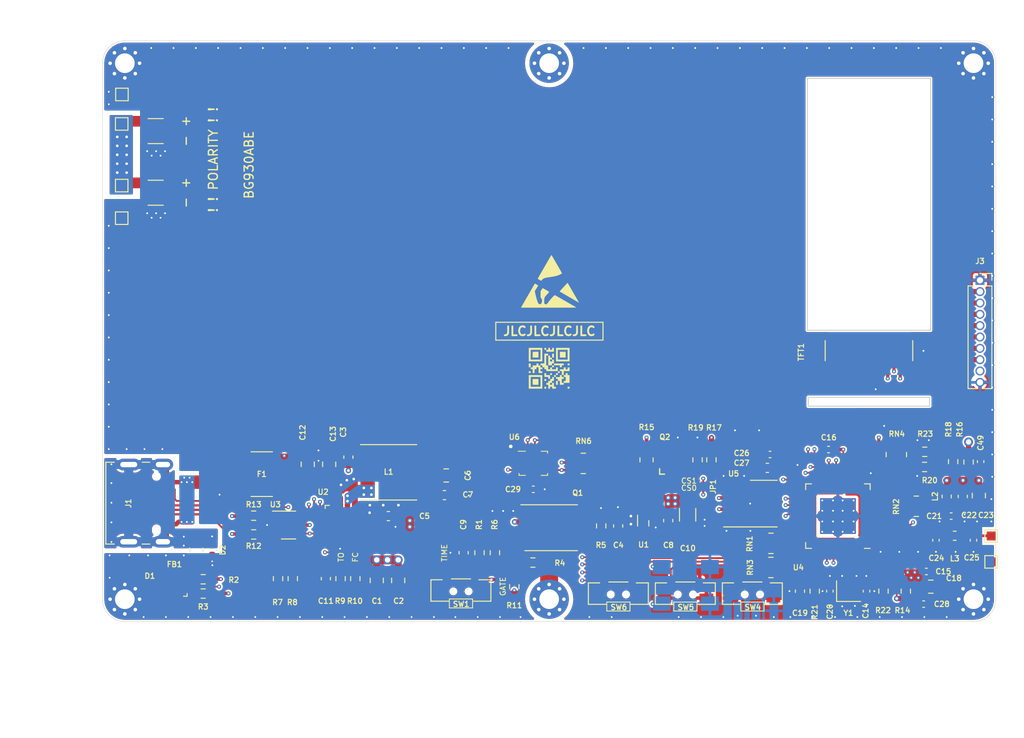
<source format=kicad_pcb>
(kicad_pcb (version 20210722) (generator pcbnew)
  (layers (0 "F.Cu" signal) (1 "In1.Cu" signal) (2 "In2.Cu" signal) (31 "B.Cu" signal) (34 "B.Paste" user) (35 "F.Paste" user) (36 "B.SilkS" user "B.Silkscreen") (37 "F.SilkS" user "F.Silkscreen") (38 "B.Mask" user) (39 "F.Mask" user) (44 "Edge.Cuts" user))
  (net 0 "")
  (net 1 "+BATT")
  (net 2 "GND")
  (net 3 "LX")
  (net 4 "Net-(C3-Pad1)")
  (net 5 "SYSOUT")
  (net 6 "Net-(C5-Pad1)")
  (net 7 "SYS")
  (net 8 "+3V3")
  (net 9 "PWRMAIN_SW")
  (net 10 "Net-(C11-Pad1)")
  (net 11 "Net-(C12-Pad1)")
  (net 12 "XTAL_P")
  (net 13 "XTAL_N")
  (net 14 "Net-(C21-Pad2)")
  (net 15 "radio")
  (net 16 "Net-(C25-Pad2)")
  (net 17 "VDD_SPI")
  (net 18 "EN")
  (net 19 "Net-(D1-Pad4)")
  (net 20 "Net-(D1-Pad3)")
  (net 21 "GNDPWR")
  (net 22 "VBUS")
  (net 23 "Net-(F1-Pad1)")
  (net 24 "D-")
  (net 25 "D+")
  (net 26 "CC2")
  (net 27 "CC1")
  (net 28 "RX")
  (net 29 "TX")
  (net 30 "ES_JS_LED_NTC")
  (net 31 "ES_XP_LED_NTC")
  (net 32 "ES_WS_POWER")
  (net 33 "ES_WS_LDAT")
  (net 34 "ES_TORCH_EN")
  (net 35 "ES_FLASH_EN")
  (net 36 "ES_LED_PWM")
  (net 37 "Net-(Q1-Pad4)")
  (net 38 "Net-(Q2-Pad3)")
  (net 39 "Net-(Q2-Pad1)")
  (net 40 "INOK")
  (net 41 "STAT")
  (net 42 "Net-(R7-Pad1)")
  (net 43 "Net-(R8-Pad1)")
  (net 44 "Net-(R9-Pad2)")
  (net 45 "Net-(R10-Pad1)")
  (net 46 "U_N")
  (net 47 "U_P")
  (net 48 "Net-(R15-Pad1)")
  (net 49 "ADC_BATV")
  (net 50 "DISP_BACKLIGHT")
  (net 51 "GPIO45")
  (net 52 "GPIO46")
  (net 53 "ENBST")
  (net 54 "Net-(RN1-Pad4)")
  (net 55 "Net-(RN1-Pad3)")
  (net 56 "Net-(RN1-Pad2)")
  (net 57 "Net-(RN1-Pad1)")
  (net 58 "Net-(RN2-Pad4)")
  (net 59 "Net-(RN2-Pad3)")
  (net 60 "Net-(RN2-Pad2)")
  (net 61 "Net-(RN2-Pad1)")
  (net 62 "BNT_DIG3")
  (net 63 "BNT_DIG2")
  (net 64 "BNT_DIG1")
  (net 65 "Net-(RN3-Pad4)")
  (net 66 "Net-(RN3-Pad3)")
  (net 67 "Net-(RN3-Pad2)")
  (net 68 "Net-(RN3-Pad1)")
  (net 69 "Net-(RN4-Pad4)")
  (net 70 "Net-(RN4-Pad3)")
  (net 71 "Net-(RN4-Pad2)")
  (net 72 "Net-(RN4-Pad1)")
  (net 73 "DISP_DC")
  (net 74 "DISP_CLK")
  (net 75 "DISP_DATA")
  (net 76 "DISP_CS")
  (net 77 "IMU_INT2")
  (net 78 "IMU_INT1")
  (net 79 "SCL")
  (net 80 "SDA")
  (net 81 "GPIO0")
  (net 82 "DISP_RESET")
  (net 83 "SPID")
  (net 84 "SPIQ")
  (net 85 "SPICLK")
  (net 86 "SPICS0")
  (net 87 "SPIWP")
  (net 88 "SPIHD")
  (net 89 "Net-(C9-Pad1)")
  (net 90 "SPICS1")
  (net 91 "Net-(Q1-Pad2)")
  (net 92 "Net-(JP1-Pad2)")
  (footprint "Resistor_SMD:R_0603_1608Metric" (layer "F.Cu") (at 132.225734 74.5)
    (fp_text reference "R20")
    (fp_text value "10 kΩ")
  )
  (footprint "Capacitor_SMD:C_0402_1005Metric" (layer "F.Cu") (at 114.925 73.1)
    (fp_text reference "C26")
    (fp_text value "100nF")
  )
  (footprint "MountingHole:MountingHole_2.2mm_M2_Pad_Via" (layer "F.Cu") (at 90.2 89.3)
    (fp_text reference "H1" hide)
    (fp_text value "MountingHole_Pad")
  )
  (footprint "Capacitor_SMD:C_0603_1608Metric" (layer "F.Cu") (at 97.925734 81.1 -90)
    (fp_text reference "C4")
    (fp_text value "1µF")
  )
  (footprint "lt_foots:R_Array_Concave_4x0402" (layer "F.Cu") (at 94.025734 74.1)
    (fp_text reference "RN6")
    (fp_text value "10KΩ")
  )
  (footprint "Capacitor_SMD:C_0402_1005Metric" (layer "F.Cu") (at 121.625734 88.4 -90)
    (fp_text reference "C20")
    (fp_text value "10pF")
  )
  (footprint "Resistor_SMD:R_0603_1608Metric" (layer "F.Cu") (at 59.85 87 -90)
    (fp_text reference "R7")
    (fp_text value "20kΩ")
  )
  (footprint "lt_foots:logo_QR_url_git_catlight" (layer "F.Cu") (at 108.65 45.95 -90)
    (fp_text reference "logo1" hide)
    (fp_text value "logo_qrtag" hide)
  )
  (footprint "lt_foots:max77751" (layer "F.Cu") (at 67.225734 80.9)
    (fp_text reference "U2")
    (fp_text value "MAX77751")
  )
  (footprint "TestPoint:TestPoint_Pad_1.0x1.0mm" (layer "F.Cu") (at 139.674266 85.125)
    (fp_text reference "TP8" hide)
    (fp_text value "ANT_GND")
  )
  (footprint "Connector_PinSocket_1.27mm:PinSocket_1x10_P1.27mm_Vertical" (layer "F.Cu") (at 138.425 53.6)
    (fp_text reference "J3")
    (fp_text value "B2B_eside")
  )
  (footprint "lt_foots:LOGO_cc-by-nc-sa" (layer "F.Cu") (at 125.316683 29.309281 180)
    (fp_text reference "G***" hide)
    (fp_text value "LOGO" hide)
  )
  (footprint "MountingHole:MountingHole_2.2mm_M2_Pad_Via" (layer "F.Cu") (at 137.7 29.3)
    (fp_text reference "H3" hide)
    (fp_text value "MountingHole_Pad")
  )
  (footprint "Capacitor_SMD:C_0603_1608Metric" (layer "F.Cu") (at 67.725734 73.4 90)
    (fp_text reference "C3")
    (fp_text value "100nF")
  )
  (footprint "TestPoint:TestPoint_Pad_1.0x1.0mm" (layer "F.Cu") (at 42.35 43)
    (fp_text reference "TP14" hide)
    (fp_text value "+BATT")
  )
  (footprint "Connector_USB:USB_C_Receptacle_JAE_DX07S016JA1R1500" (layer "F.Cu") (at 44.285 78.55 -90)
    (fp_text reference "J1")
    (fp_text value "USB_C_Receptacle_USB2.0")
  )
  (footprint "Resistor_SMD:R_0805_2012Metric_Pad1.20x1.40mm_HandSolder" (layer "F.Cu") (at 50.7 83.8 90)
    (fp_text reference "FB1")
    (fp_text value "FerriteBead_Small")
  )
  (footprint "Capacitor_SMD:C_0603_1608Metric" (layer "F.Cu") (at 80.625734 84.1 90)
    (fp_text reference "C9")
    (fp_text value "1µF")
  )
  (footprint "Resistor_SMD:R_0603_1608Metric" (layer "F.Cu") (at 68.5 87 -90)
    (fp_text reference "R10")
    (fp_text value "10KΩ(1.5A_FC)")
  )
  (footprint "lt_foots:white_nano_smd_switch" (layer "F.Cu") (at 97.95 89.375 180)
    (fp_text reference "SW6")
    (fp_text value "BTN_PWR")
  )
  (footprint "Capacitor_SMD:C_0805_2012Metric" (layer "F.Cu") (at 132.925734 87.9 180)
    (fp_text reference "C18")
    (fp_text value "10µF")
  )
  (footprint "MountingHole:MountingHole_2.2mm_M2_Pad_Via" (layer "F.Cu") (at 42.7 29.3)
    (fp_text reference "H4" hide)
    (fp_text value "MountingHole_Pad")
  )
  (footprint "Capacitor_SMD:C_1206_3216Metric_Pad1.33x1.80mm_HandSolder" (layer "F.Cu") (at 105.7 79.85 90)
    (fp_text reference "C10")
    (fp_text value "10µF")
  )
  (footprint "lt_foots:JLC-SERIAL" (layer "F.Cu") (at 90.225734 59.3 180)
    (fp_text reference "logo2" hide)
    (fp_text value "logo_JLC")
  )
  (footprint "Capacitor_SMD:C_0402_1005Metric" (layer "F.Cu") (at 132.425734 86.2 180)
    (fp_text reference "C15")
    (fp_text value "100nF")
  )
  (footprint "Resistor_SMD:R_0603_1608Metric" (layer "F.Cu") (at 127.625734 88.4 90)
    (fp_text reference "R22")
    (fp_text value "10kΩ")
  )
  (footprint "Capacitor_SMD:C_0805_2012Metric" (layer "F.Cu") (at 70.9 87.2 90)
    (fp_text reference "C1")
    (fp_text value "10µF")
  )
  (footprint "Resistor_SMD:R_0603_1608Metric" (layer "F.Cu") (at 51.47 88.67)
    (fp_text reference "R3")
    (fp_text value "1KΩ")
  )
  (footprint "Resistor_SMD:R_0603_1608Metric" (layer "F.Cu") (at 57.125734 79.95 180)
    (fp_text reference "R13")
    (fp_text value "22Ω")
  )
  (footprint "Capacitor_SMD:C_0603_1608Metric" (layer "F.Cu") (at 103.525734 80.5 90)
    (fp_text reference "C8")
    (fp_text value "1µF")
  )
  (footprint "Capacitor_SMD:C_0402_1005Metric" (layer "F.Cu") (at 137.7 82.7 90)
    (fp_text reference "C25")
    (fp_text value "4,7 pF")
  )
  (footprint "Capacitor_SMD:C_0402_1005Metric" (layer "F.Cu") (at 133.5 82.7 90)
    (fp_text reference "C24")
    (fp_text value "4,7 pF")
  )
  (footprint "Resistor_SMD:R_0603_1608Metric" (layer "F.Cu") (at 51.47 87.07)
    (fp_text reference "R2")
    (fp_text value "1KΩ")
  )
  (footprint "Resistor_SMD:R_0805_2012Metric" (layer "F.Cu") (at 101.1 73.7 -90)
    (fp_text reference "R15")
    (fp_text value "14Ω")
  )
  (footprint "lt_foots:lipo_samsung_BG930ABE_double" (layer "F.Cu") (at 45.8 43.8 90)
    (fp_text reference "BT1" hide)
    (fp_text value "lipo_sams_BG930ABE")
  )
  (footprint "TestPoint:TestPoint_Pad_1.0x1.0mm" (layer "F.Cu") (at 42.35 46.65)
    (fp_text reference "TP12" hide)
    (fp_text value "GND")
  )
  (footprint "lt_foots:R_Array_Concave_4x0402" (layer "F.Cu") (at 129.065734 73.11 90)
    (fp_text reference "RN4")
    (fp_text value "1kΩ")
  )
  (footprint "Resistor_SMD:R_0603_1608Metric" (layer "F.Cu") (at 88.375734 85.2 180)
    (fp_text reference "R4")
    (fp_text value "10kΩ")
  )
  (footprint "Inductor_SMD:L_0603_1608Metric" (layer "F.Cu") (at 134.7 77.8 -90)
    (fp_text reference "L2")
    (fp_text value "1µH")
  )
  (footprint "lt_foots:white_nano_smd_switch" (layer "F.Cu") (at 112.95 89.375 180)
    (fp_text reference "SW4")
    (fp_text value "BTN_PWR")
  )
  (footprint "TestPoint:TestPoint_Pad_1.0x1.0mm" (layer "F.Cu") (at 42.35 36.1)
    (fp_text reference "TP13" hide)
    (fp_text value "+BATT")
  )
  (footprint "lt_foots:microbridge" (layer "F.Cu") (at 107.45 76.7 -90)
    (fp_text reference "JP1")
    (fp_text value "SolderJumper_3_Open")
  )
  (footprint "Inductor_SMD:L_Taiyo-Yuden_NR-60xx" (layer "F.Cu") (at 72.225734 75.1 180)
    (fp_text reference "L1")
    (fp_text value "1µH")
  )
  (footprint "Capacitor_SMD:C_0805_2012Metric" (layer "F.Cu") (at 73.3 87.2 90)
    (fp_text reference "C2")
    (fp_text value "10µF")
  )
  (footprint "lt_foots:R_Array_Concave_4x0402" (layer "F.Cu") (at 131.3 78.9)
    (fp_text reference "RN2")
    (fp_text value "0Ω")
  )
  (footprint "Capacitor_SMD:C_0603_1608Metric" (layer "F.Cu") (at 114.625734 74.6)
    (fp_text reference "C27")
    (fp_text value "1µF")
  )
  (footprint "lt_foots:FUSE_littlefuse_2016-4.1x5.2mm" (layer "F.Cu") (at 58.025734 75.3)
    (fp_text reference "F1")
    (fp_text value "Polyfuse_Small")
  )
  (footprint "Capacitor_SMD:C_0603_1608Metric" (layer "F.Cu") (at 118.275734 88.4 90)
    (fp_text reference "C19")
    (fp_text value "1µF")
  )
  (footprint "Capacitor_SMD:C_0805_2012Metric" (layer "F.Cu") (at 65.575734 74.2 90)
    (fp_text reference "C13")
    (fp_text value "22µF")
  )
  (footprint "Resistor_SMD:R_0603_1608Metric" (layer "F.Cu") (at 108.363234 73.7 -90)
    (fp_text reference "R17")
    (fp_text value "1kΩ")
  )
  (footprint "Resistor_SMD:R_0603_1608Metric" (layer "F.Cu") (at 96.025734 81.1 90)
    (fp_text reference "R5")
    (fp_text value "10kΩ (depending on caps)")
  )
  (footprint "Capacitor_SMD:C_0402_1005Metric" (layer "F.Cu") (at 132.125734 89.85)
    (fp_text reference "C28")
    (fp_text value "100nF")
  )
  (footprint "Package_DFN_QFN:UDFN-4-1EP_1x1mm_P0.65mm_EP0.48x0.48mm" (layer "F.Cu") (at 100.725734 80.5 -90)
    (fp_text reference "U1")
    (fp_text value "NCP167-XDFN4")
  )
  (footprint "MountingHole:MountingHole_2.2mm_M2_Pad_Via" (layer "F.Cu") (at 90.2 29.3)
    (fp_text reference "H6" hide)
    (fp_text value "MountingHole_Pad")
  )
  (footprint "lt_foots:TFT_ST7735_0,96_160x80_folded" (layer "F.Cu") (at 126 61.5)
    (fp_text reference "TFT1")
    (fp_text value "OLED_ST7735_0.9inch_SPI_13pin")
    (fp_rect (start -6.8 5.2) (end 6.8 6.2) (layer "Edge.Cuts") (width 0.12) (fill none))
    (fp_rect (start -6.9 -2.3) (end 6.9 -30.5) (layer "Edge.Cuts") (width 0.12) (fill none))
  )
  (footprint "Resistor_SMD:R_0603_1608Metric" (layer "F.Cu") (at 57.125734 82.05 180)
    (fp_text reference "R12")
    (fp_text value "22Ω")
  )
  (footprint "MountingHole:MountingHole_2.2mm_M2_Pad_Via" (layer "F.Cu") (at 42.7 89.3)
    (fp_text reference "H5" hide)
    (fp_text value "MountingHole_Pad")
  )
  (footprint "Capacitor_SMD:C_0603_1608Metric" (layer "F.Cu") (at 136.5 77.8 90)
    (fp_text reference "C22")
    (fp_text value "1µF")
  )
  (footprint "Capacitor_SMD:C_0402_1005Metric" (layer "F.Cu") (at 121.475734 72.55)
    (fp_text reference "C16")
    (fp_text value "100nF")
  )
  (footprint "Capacitor_SMD:C_0603_1608Metric" (layer "F.Cu") (at 72.2 80)
    (fp_text reference "C5")
    (fp_text value "2.2µF")
  )
  (footprint "lt_foots:U-DFN2020-6 (Type F)" (layer "F.Cu") (at 104.013234 73.75)
    (fp_text reference "Q2")
    (fp_text value "DMN2022-UFDF7")
  )
  (footprint "Capacitor_SMD:C_0805_2012Metric" (layer "F.Cu") (at 78.675734 75.45 180)
    (fp_text reference "C6")
    (fp_text value "10µF")
  )
  (footprint "Resistor_SMD:R_0603_1608Metric" (layer "F.Cu") (at 86.3 87.9 -90)
    (fp_text reference "R11")
    (fp_text value "0 Ω")
  )
  (footprint "TestPoint:TestPoint_Pad_1.0x1.0mm" (layer "F.Cu") (at 139.675 82.225)
    (fp_text reference "TP6" hide)
    (fp_text value "ANT_H")
  )
  (footprint "Package_LGA:Bosch_LGA-14_3x2.5mm_P0.5mm" (layer "F.Cu") (at 88.425734 74.0875)
    (fp_text reference "U6")
    (fp_text value "LSM6DS3")
  )
  (footprint "lt_foots:white_nano_smd_switch" (layer "F.Cu") (at 80.325734 89.025 180)
    (fp_text reference "SW1")
    (fp_text value "BTN_PWR")
  )
  (footprint "Package_SON:WSON-8-1EP_6x5mm_P1.27mm_EP3.4x4.3mm" (layer "F.Cu") (at 112.725734 78.6)
    (fp_text reference "U5")
    (fp_text value "AT25xxx-MA")
  )
  (footprint "Package_TO_SOT_SMD:SOT-23-6" (layer "F.Cu") (at 61.025734 81)
    (fp_text reference "U3")
    (fp_text value "USBLC6-4SC6")
  )
  (footprint "Resistor_SMD:R_0603_1608Metric" (layer "F.Cu") (at 84.125734 84.1 -90)
    (fp_text reference "R6")
    (fp_text value "100kΩ")
  )
  (footprint "MountingHole:MountingHole_2.2mm_M2_Pad_Via" (layer "F.Cu") (at 137.7 89.3)
    (fp_text reference "H2" hide)
    (fp_text value "MountingHole_Pad")
  )
  (footprint "Resistor_SMD:R_0603_1608Metric" (layer "F.Cu") (at 135.425734 73.9 -90)
    (fp_text reference "R18")
    (fp_text value "1MΩ")
  )
  (footprint "Inductor_SMD:L_0603_1608Metric" (layer "F.Cu") (at 135.6 82.2 180)
    (fp_text reference "L3")
    (fp_text value "1.8 nH")
  )
  (footprint "lt_foots:PowerDI5060-8" (layer "F.Cu") (at 90.425734 81.3)
    (fp_text reference "Q1")
    (fp_text value "DMC1016UPD")
  )
  (footprint "Capacitor_SMD:C_0603_1608Metric" (layer "F.Cu") (at 65.2 87 -90)
    (fp_text reference "C11")
    (fp_text value "2.2µF")
  )
  (footprint "Capacitor_SMD:C_0805_2012Metric" (layer "F.Cu") (at 63.175734 74.2 90)
    (fp_text reference "C12")
    (fp_text value "10µF")
  )
  (footprint "TestPoint:TestPoint_Pad_1.0x1.0mm" (layer "F.Cu") (at 42.375 32.8)
    (fp_text reference "TP11" hide)
    (fp_text value "GND")
  )
  (footprint "Capacitor_SMD:C_0603_1608Metric" (layer "F.Cu") (at 78.475734 77.65 180)
    (fp_text reference "C7")
    (fp_text value "1µF")
  )
  (footprint "lt_foots:R_Array_Concave_4x0402" (layer "F.Cu") (at 115.025734 85.75 180)
    (fp_text reference "RN3")
    (fp_text value "0Ω")
  )
  (footprint "Capacitor_SMD:C_0402_1005Metric" (layer "F.Cu") (at 88.425734 77 180)
    (fp_text reference "C29")
    (fp_text value "100nF")
  )
  (footprint "lt_foots:0606_ARGB_LED" (layer "F.Cu") (at 48.17 87.87 180)
    (fp_text reference "D1")
    (fp_text value "LED_ABRG")
  )
  (footprint "Resistor_SMD:R_0603_1608Metric" (layer "F.Cu") (at 82.401214 84.1 -90)
    (fp_text reference "R1")
    (fp_text value "10kΩ")
  )
  (footprint "Resistor_SMD:R_0603_1608Metric" (layer "F.Cu") (at 61.5 87 -90)
    (fp_text reference "R8")
    (fp_text value "20kΩ")
  )
  (footprint "Symbol:ESD-Logo_6.6x6mm_SilkScreen" (layer "F.Cu") (at 90.3 53.7)
    (fp_text reference "logo6" hide)
    (fp_text value "logo_esd" hide)
  )
  (footprint "Resistor_SMD:R_0603_1608Metric" (layer "F.Cu") (at 119.925734 88.4 90)
    (fp_text reference "R21")
    (fp_text value "10kΩ")
  )
  (footprint "lt_foots:QFN-56-1EP_7x7mm_P0.4mm_EP5.6x5.6mm_ThermalVias" (layer "F.Cu") (at 122.525734 80 180)
    (fp_text reference "U4")
    (fp_text value "ESP32-S2")
  )
  (footprint "Resistor_SMD:R_0603_1608Metric" (layer "F.Cu") (at 137.15 73.95 90)
    (fp_text reference "R16")
    (fp_text value "1MΩ")
  )
  (footprint "lt_foots:R_Array_Concave_4x0402" (layer "F.Cu") (at 115.025734 83.05 180)
    (fp_text reference "RN1")
    (fp_text value "0Ω")
  )
  (footprint "lt_foots:Crystal_SMD_2016-4Pin_2.0x1.6mm_smallpads" (layer "F.Cu") (at 123.725 88.4)
    (fp_text reference "Y1")
    (fp_text value "40MHz")
  )
  (footprint "Resistor_SMD:R_0603_1608Metric" (layer "F.Cu") (at 132.245734 72.8)
    (fp_text reference "R23")
    (fp_text value "10 kΩ")
  )
  (footprint "lt_foots:white_nano_smd_switch" (layer "F.Cu") (at 105.45 89.375 180)
    (fp_text reference "SW5")
    (fp_text value "BTN_PWR")
  )
  (footprint "lt_foots:logo_JLC_QR_silk" (layer "F.Cu") (at 90.2 63.45)
    (fp_text reference "G***" hide)
    (fp_text value "LOGO" hide)
  )
  (footprint "Resistor_SMD:R_0603_1608Metric" (layer "F.Cu") (at 130.125734 88.4 90)
    (fp_text reference "R14")
    (fp_text value "10kΩ")
  )
  (footprint "Capacitor_SMD:C_0402_1005Metric" (layer "F.Cu") (at 135.2 80 180)
    (fp_text reference "C21")
    (fp_text value "100nF")
  )
  (footprint "Diode_SMD:D_0402_1005Metric_Pad0.77x0.64mm_HandSolder" (layer "F.Cu") (at 52.47 83.8 90)
    (fp_text reference "D2")
    (fp_text value "ESD9B5.0ST5G")
  )
  (footprint "Resistor_SMD:R_0603_1608Metric" (layer "F.Cu") (at 66.85 87 90)
    (fp_text reference "R9")
    (fp_text value "10KΩ(150mA_TO) ")
  )
  (footprint "Capacitor_SMD:C_0402_1005Metric" (layer "F.Cu") (at 138.5 73.9 90)
    (fp_text reference "C49")
    (fp_text value "100nF")
  )
  (footprint "Capacitor_SMD:C_0805_2012Metric" (layer "F.Cu") (at 138.3 77.7 90)
    (fp_text reference "C23")
    (fp_text value "10µF")
  )
  (footprint "Resistor_SMD:R_0603_1608Metric" (layer "F.Cu") (at 106.813234 73.7 -90)
    (fp_text reference "R19")
    (fp_text value "1MΩ")
  )
  (footprint "Capacitor_SMD:C_0402_1005Metric" (layer "F.Cu") (at 125.725734 88.4 -90)
    (fp_text reference "C14")
    (fp_text value "10pF")
  )
  (footprint "lt_foots:SW_SPST_EVQPE1" (layer "B.Cu") (at 105.5 89.8)
    (fp_text reference "SW3" hide)
    (fp_text value "RST")
  )
  (footprint "lt_foots:logo_catlightMK2_small" (layer "B.Cu") (at 135.065499 34.855404 90)
    (fp_text reference "logo10" hide)
    (fp_text value "logo_CATLIGHT" hide)
  )
  (footprint "lt_foots:01x03_smd_1mmx2mm_pad" (layer "B.Cu") (at 113.35 90.6 180)
    (fp_text reference "J2" hide)
    (fp_text value "G-T-R")
  )
  (footprint "lt_foots:logo_CAT_text" (layer "B.Cu") (at 69.582616 59.599145 90)
    (fp_text reference "G***" hide)
    (fp_text value "LOGO" hide)
  )
  (footprint "lt_foots:logo_heart3" (layer "B.Cu") (at 45 78.5 90)
    (fp_text reference "logo8" hide)
    (fp_text value "logo_heart" hide)
  )
  (footprint "lt_foots:logo_lisa_djinn_2" (layer "B.Cu") (at 90.263229 59.587661 90)
    (fp_text reference "G***" hide)
    (fp_text value "LOGO" hide)
  )
  (footprint "lt_foots:SW_SPST_EVQPE1" (layer "B.Cu") (at 105.5 85.7)
    (fp_text reference "SW2" hide)
    (fp_text value "BT")
  )
  (gr_arc (start 42.7 29.3) (end 42.7 26.8) (angle -90) (layer "Edge.Cuts") (width 0.05))
  (gr_arc (start 42.7 89.3) (end 40.2 89.3) (angle -90) (layer "Edge.Cuts") (width 0.05))
  (gr_arc (start 137.7 29.3) (end 140.2 29.3) (angle -90) (layer "Edge.Cuts") (width 0.05))
  (gr_arc (start 137.7 89.3) (end 137.7 91.8) (angle -90) (layer "Edge.Cuts") (width 0.05))
  (gr_line (start 40.2 29.3) (end 40.2 89.3) (layer "Edge.Cuts") (width 0.05))
  (gr_line (start 42.7 91.8) (end 137.7 91.8) (layer "Edge.Cuts") (width 0.05))
  (gr_line (start 137.7 26.8) (end 42.7 26.8) (layer "Edge.Cuts") (width 0.05))
  (gr_line (start 140.2 89.3) (end 140.2 29.3) (layer "Edge.Cuts") (width 0.05))
  (gr_text "CS1" (at 105.85 76.05) (layer "F.SilkS") (effects (font (size 0.6 0.6) (thickness 0.1))))
  (gr_text "CS0" (at 105.85 76.85) (layer "F.SilkS") (effects (font (size 0.6 0.6) (thickness 0.1))))
  (gr_text "GATE" (at 85.025 87.875 90) (layer "F.SilkS") (effects (font (size 0.6 0.6) (thickness 0.1))))
  (gr_text "TIME" (at 78.475 84.125 90) (layer "F.SilkS") (effects (font (size 0.6 0.6) (thickness 0.1))))
  (gr_text "FC" (at 68.5 84.6 90) (layer "F.SilkS") (effects (font (size 0.6 0.6) (thickness 0.1))))
  (gr_text "TO" (at 66.9 84.6 90) (layer "F.SilkS") (effects (font (size 0.6 0.6) (thickness 0.1))))
  (segment (start 69.5 82.3) (end 69.5 84.55) (width 0.8) (layer "F.Cu") (net 1))
  (segment (start 137.15 73.125) (end 137.15 71.7) (width 0.6) (layer "F.Cu") (net 1))
  (segment (start 69.5 82.3) (end 69.5 82.15) (width 0.6) (layer "F.Cu") (net 1))
  (segment (start 69.6 84.5) (end 70 84.9) (width 1) (layer "F.Cu") (net 1))
  (segment (start 69.5 84.55) (end 69.85 84.9) (width 0.8) (layer "F.Cu") (net 1))
  (segment (start 70.9 84.9) (end 70.9 86.25) (width 0.8) (layer "F.Cu") (net 1))
  (segment (start 73.3 84.9) (end 73.3 86.25) (width 0.8) (layer "F.Cu") (net 1))
  (segment (start 69.5 82.15) (end 69.05 81.7) (width 0.6) (layer "F.Cu") (net 1))
  (segment (start 69.05 81.7) (end 68.875734 81.7) (width 0.6) (layer "F.Cu") (net 1))
  (segment (start 47.2 35.8) (end 42.4 35.8) (width 1.2) (layer "F.Cu") (net 1))
  (segment (start 47.2 42.7) (end 42.45 42.7) (width 1.2) (layer "F.Cu") (net 1))
  (segment (start 70 84.9) (end 73.3 84.9) (width 1) (layer "F.Cu") (net 1))
  (via (at 42.9 38.55) (size 0.6) (drill 0.3) (layers "F.Cu" "B.Cu") (net 1))
  (via (at 70.9 84.9) (size 1) (drill 0.6) (layers "F.Cu" "B.Cu") (net 1))
  (via (at 41.85 37.55) (size 0.6) (drill 0.3) (layers "F.Cu" "B.Cu") (net 1))
  (via (at 73.3 84.9) (size 1) (drill 0.6) (layers "F.Cu" "B.Cu") (net 1))
  (via (at 42.9 37.55) (size 0.6) (drill 0.3) (layers "F.Cu" "B.Cu") (net 1))
  (via (at 41.85 39.55) (size 0.6) (drill 0.3) (layers "F.Cu" "B.Cu") (net 1))
  (via (at 41.85 38.55) (size 0.6) (drill 0.3) (layers "F.Cu" "B.Cu") (net 1))
  (via (at 41.85 40.55) (size 0.6) (drill 0.3) (layers "F.Cu" "B.Cu") (net 1))
  (via (at 42.9 41.55) (size 0.6) (drill 0.3) (layers "F.Cu" "B.Cu") (net 1))
  (via (at 41.85 41.55) (size 0.6) (drill 0.3) (layers "F.Cu" "B.Cu") (net 1))
  (via (at 42.9 40.55) (size 0.6) (drill 0.3) (layers "F.Cu" "B.Cu") (net 1))
  (via (at 42.9 39.55) (size 0.6) (drill 0.3) (layers "F.Cu" "B.Cu") (net 1))
  (via (at 137.15 71.7) (size 1) (drill 0.6) (layers "F.Cu" "B.Cu") (net 1))
  (via (at 72.1 84.9) (size 1) (drill 0.6) (layers "F.Cu" "B.Cu") (net 1))
  (segment (start 131.400734 72.82) (end 131.420734 72.8) (width 0.6) (layer "F.Cu") (net 2))
  (segment (start 68.7125 79.8) (end 69.4875 79.8) (width 0.4) (layer "F.Cu") (net 2))
  (segment (start 66.8 83.65) (end 67.025734 83.424266) (width 0.2) (layer "F.Cu") (net 2))
  (segment (start 121.625734 87.87) (end 121.625734 86.7) (width 0.4) (layer "F.Cu") (net 2))
  (segment (start 87.163234 73.8375) (end 86.288234 73.8375) (width 0.25) (layer "F.Cu") (net 2))
  (segment (start 45.2 37.7) (end 50.1 37.7) (width 0.6) (layer "F.Cu") (net 2))
  (segment (start 125.725734 90.05) (end 125.725734 90.050978) (width 0.4) (layer "F.Cu") (net 2))
  (segment (start 121.710734 87.910978) (end 122.940734 87.910978) (width 0.4) (layer "F.Cu") (net 2))
  (segment (start 87.163234 73.3375) (end 86.288234 73.3375) (width 0.25) (layer "F.Cu") (net 2))
  (segment (start 125.725734 88.880978) (end 124.495734 88.880978) (width 0.4) (layer "F.Cu") (net 2))
  (segment (start 133.5 84) (end 133.5 83.18) (width 0.4) (layer "F.Cu") (net 2))
  (segment (start 123.025734 86.7245) (end 123.001234 86.7) (width 0.2) (layer "F.Cu") (net 2))
  (segment (start 58.625734 81) (end 59.888234 81) (width 0.2) (layer "F.Cu") (net 2))
  (segment (start 123.025734 87.8755) (end 123.025734 86.7245) (width 0.4) (layer "F.Cu") (net 2))
  (segment (start 125.725734 88.880978) (end 125.725734 90.05) (width 0.4) (layer "F.Cu") (net 2))
  (segment (start 66.8 83.65) (end 66.85 83.7) (width 0.2) (layer "F.Cu") (net 2))
  (segment (start 139.674266 85.125) (end 137.975 85.125) (width 1) (layer "F.Cu") (net 2))
  (segment (start 124.425734 88.950978) (end 124.425734 90.050978) (width 0.4) (layer "F.Cu") (net 2))
  (segment (start 67.025734 83.424266) (end 67.025734 82.625) (width 0.2) (layer "F.Cu") (net 2))
  (segment (start 45.1 44.6) (end 50 44.6) (width 0.6) (layer "F.Cu") (net 2))
  (segment (start 68.326 79.375) (end 68.326 78.725) (width 0.4) (layer "F.Cu") (net 2))
  (segment (start 137.7 84) (end 137.7 83.18) (width 0.4) (layer "F.Cu") (net 2))
  (segment (start 87.163234 74.3375) (end 86.288234 74.3375) (width 0.25) (layer "F.Cu") (net 2))
  (segment (start 88.425734 75.1) (end 88.425734 75.975) (width 0.25) (layer "F.Cu") (net 2))
  (segment (start 88.925734 76.98) (end 88.905734 77) (width 0.2) (layer "F.Cu") (net 2))
  (segment (start 88.925734 75.1) (end 88.925734 76.98) (width 0.25) (layer "F.Cu") (net 2))
  (segment (start 131.400734 74.5) (end 131.400734 72.82) (width 0.6) (layer "F.Cu") (net 2))
  (via (at 48.15 27.6) (size 0.45) (drill 0.2) (layers "F.Cu" "B.Cu") (net 2))
  (via (at 126.55 27.6) (size 0.45) (drill 0.2) (layers "F.Cu" "B.Cu") (net 2))
  (via (at 107.2 91.3) (size 0.45) (drill 0.2) (layers "F.Cu" "B.Cu") (net 2))
  (via (at 46.7 39.65) (size 0.45) (drill 0.2) (layers "F.Cu" "B.Cu") (net 2))
  (via (at 139.8 38.1) (size 0.45) (drill 0.2) (layers "F.Cu" "B.Cu") (net 2))
  (via (at 59.8 91.3) (size 0.45) (drill 0.2) (layers "F.Cu" "B.Cu") (net 2))
  (via (at 126.2 75.2) (size 0.45) (drill 0.2) (layers "F.Cu" "B.Cu") (net 2))
  (via (at 126.75 65.8) (size 0.45) (drill 0.2) (layers "F.Cu" "B.Cu") (net 2))
  (via (at 99.35 80) (size 0.6) (drill 0.3) (layers "F.Cu" "B.Cu") (net 2))
  (via (at 40.9 52.5) (size 0.45) (drill 0.2) (layers "F.Cu" "B.Cu") (net 2))
  (via (at 129.05 27.6) (size 0.45) (drill 0.2) (layers "F.Cu" "B.Cu") (net 2))
  (via (at 139.8 43.1) (size 0.45) (drill 0.2) (layers "F.Cu" "B.Cu") (net 2))
  (via (at 109.05 27.6) (size 0.45) (drill 0.2) (layers "F.Cu" "B.Cu") (net 2))
  (via (at 127.2 91.3) (size 0.45) (drill 0.2) (layers "F.Cu" "B.Cu") (net 2))
  (via (at 109.7 91.3) (size 0.45) (drill 0.2) (layers "F.Cu" "B.Cu") (net 2))
  (via (at 49.3 84.4) (size 0.45) (drill 0.2) (layers "F.Cu" "B.Cu") (net 2))
  (via (at 139.8 73.1) (size 0.45) (drill 0.2) (layers "F.Cu" "B.Cu") (net 2))
  (via (at 75.65 27.6) (size 0.45) (drill 0.2) (layers "F.Cu" "B.Cu") (net 2))
  (via (at 52.3 91.3) (size 0.45) (drill 0.2) (layers "F.Cu" "B.Cu") (net 2))
  (via (at 66.8 83.65) (size 0.45) (drill 0.2) (layers "F.Cu" "B.Cu") (net 2))
  (via (at 120.8 88.4) (size 0.45) (drill 0.2) (layers "F.Cu" "B.Cu") (net 2))
  (via (at 132.2 91.3) (size 0.45) (drill 0.2) (layers "F.Cu" "B.Cu") (net 2))
  (via (at 124.05 27.6) (size 0.45) (drill 0.2) (layers "F.Cu" "B.Cu") (net 2))
  (via (at 77.3 91.3) (size 0.45) (drill 0.2) (layers "F.Cu" "B.Cu") (net 2))
  (via (at 117.1 88.4) (size 0.45) (drill 0.2) (layers "F.Cu" "B.Cu") (net 2))
  (via (at 112.025 75.5) (size 0.45) (drill 0.2) (layers "F.Cu" "B.Cu") (net 2))
  (via (at 139.8 33.1) (size 0.45) (drill 0.2) (layers "F.Cu" "B.Cu") (net 2))
  (via (at 115.35 91.3) (size 0.45) (drill 0.2) (layers "F.Cu" "B.Cu") (net 2))
  (via (at 68.15 27.6) (size 0.45) (drill 0.2) (layers "F.Cu" "B.Cu") (net 2))
  (via (at 112.7 78.6) (size 0.45) (drill 0.2) (layers "F.Cu" "B.Cu") (net 2))
  (via (at 43.2 84.4) (size 0.45) (drill 0.2) (layers "F.Cu" "B.Cu") (net 2))
  (via (at 73 81.2) (size 0.45) (drill 0.2) (layers "F.Cu" "B.Cu") (net 2))
  (via (at 122.2 91.3) (size 0.45) (drill 0.2) (layers "F.Cu" "B.Cu") (net 2))
  (via (at 41 86.9) (size 0.45) (drill 0.2) (layers "F.Cu" "B.Cu") (net 2))
  (via (at 99.35 80.9) (size 0.6) (drill 0.3) (layers "F.Cu" "B.Cu") (net 2))
  (via (at 139.8 53.1) (size 0.45) (drill 0.2) (layers "F.Cu" "B.Cu") (net 2))
  (via (at 47.3 91.3) (size 0.45) (drill 0.2) (layers "F.Cu" "B.Cu") (net 2))
  (via (at 139.8 75.6) (size 0.45) (drill 0.2) (layers "F.Cu" "B.Cu") (net 2))
  (via (at 67.3 91.3) (size 0.45) (drill 0.2) (layers "F.Cu" "B.Cu") (net 2))
  (via (at 70.65 27.6) (size 0.45) (drill 0.2) (layers "F.Cu" "B.Cu") (net 2))
  (via (at 46.2 46.1) (size 0.45) (drill 0.2) (layers "F.Cu" "B.Cu") (net 2))
  (via (at 129.4 84) (size 0.45) (drill 0.2) (layers "F.Cu" "B.Cu") (net 2))
  (via (at 45.2 39.15) (size 0.45) (drill 0.2) (layers "F.Cu" "B.Cu") (net 2))
  (via (at 106.55 27.6) (size 0.45) (drill 0.2) (layers "F.Cu" "B.Cu") (net 2))
  (via (at 73.15 27.6) (size 0.45) (drill 0.2) (layers "F.Cu" "B.Cu") (net 2))
  (via (at 127.3 84) (size 0.45) (drill 0.2) (layers "F.Cu" "B.Cu") (net 2))
  (via (at 47.2 39.15) (size 0.45) (drill 0.2) (layers "F.Cu" "B.Cu") (net 2))
  (via (at 46.2 39.15) (size 0.45) (drill 0.2) (layers "F.Cu" "B.Cu") (net 2))
  (via (at 139.8 60.6) (size 0.45) (drill 0.2) (layers "F.Cu" "B.Cu") (net 2))
  (via (at 136.7 79.8) (size 0.45) (drill 0.2) (layers "F.Cu" "B.Cu") (net 2))
  (via (at 58.15 27.6) (size 0.45) (drill 0.2) (layers "F.Cu" "B.Cu") (net 2))
  (via (at 44.8 91.3) (size 0.45) (drill 0.2) (layers "F.Cu" "B.Cu") (net 2))
  (via (at 109.725 75.5) (size 0.45) (drill 0.2) (layers "F.Cu" "B.Cu") (net 2))
  (via (at 111.55 27.6) (size 0.45) (drill 0.2) (layers "F.Cu" "B.Cu") (net 2))
  (via (at 70.1 79.625) (size 0.6) (drill 0.3) (layers "F.Cu" "B.Cu") (net 2))
  (via (at 126.6 88.4) (size 0.45) (drill 0.2) (layers "F.Cu" "B.Cu") (net 2))
  (via (at 127.7 69.9) (size 0.45) (drill 0.2) (layers "F.Cu" "B.Cu") (net 2))
  (via (at 87 91.3) (size 0.45) (drill 0.2) (layers "F.Cu" "B.Cu") (net 2))
  (via (at 68.325 75.85) (size 0.6) (drill 0.3) (layers "F.Cu" "B.Cu") (net 2))
  (via (at 47.2 46.1) (size 0.45) (drill 0.2) (layers "F.Cu" "B.Cu") (net 2))
  (via (at 79.7 91.3) (size 0.45) (drill 0.2) (layers "F.Cu" "B.Cu") (net 2))
  (via (at 64.375734 73.8) (size 0.45) (drill 0.2) (layers "F.Cu" "B.Cu") (net 2))
  (via (at 40.9 33.9) (size 0.45) (drill 0.2) (layers "F.Cu" "B.Cu") (net 2))
  (via (at 139.8 70.6) (size 0.45) (drill 0.2) (layers "F.Cu" "B.Cu") (net 2))
  (via (at 83.15 27.6) (size 0.45) (drill 0.2) (layers "F.Cu" "B.Cu") (net 2))
  (via (at 69.8 91.3) (size 0.45) (drill 0.2) (layers "F.Cu" "B.Cu") (net 2))
  (via (at 50.65 27.6) (size 0.45) (drill 0.2) (layers "F.Cu" "B.Cu") (net 2))
  (via (at 40.9 50) (size 0.45) (drill 0.2) (layers "F.Cu" "B.Cu") (net 2))
  (via (at 73.325 78.775) (size 0.6) (drill 0.3) (layers "F.Cu" "B.Cu") (net 2))
  (via (at 52.5 85.5) (size 0.45) (drill 0.2) (layers "F.Cu" "B.Cu") (net 2))
  (via (at 110.05 81.65) (size 0.45) (drill 0.2) (layers "F.Cu" "B.Cu") (net 2))
  (via (at 99.05 27.6) (size 0.45) (drill 0.2) (layers "F.Cu" "B.Cu") (net 2))
  (via (at 123.001234 86.7) (size 0.45) (drill 0.2) (layers "F.Cu" "B.Cu") (net 2))
  (via (at 125.7 86.7) (size 0.45) (drill 0.2) (layers "F.Cu" "B.Cu") (net 2))
  (via (at 53.3 77.6) (size 0.45) (drill 0.2) (layers "F.Cu" "B.Cu") (net 2))
  (via (at 94.05 27.6) (size 0.45) (drill 0.2) (layers "F.Cu" "B.Cu") (net 2))
  (via (at 40.9 72.5) (size 0.45) (drill 0.2) (layers "F.Cu" "B.Cu") (net 2))
  (via (at 40.9 67.5) (size 0.45) (drill 0.2) (layers "F.Cu" "B.Cu") (net 2))
  (via (at 104.05 27.6) (size 0.45) (drill 0.2) (layers "F.Cu" "B.Cu") (net 2))
  (via (at 83.85 79.425) (size 0.45) (drill 0.2) (layers "F.Cu" "B.Cu") (net 2))
  (via (at 97.2 91.3) (size 0.45) (drill 0.2) (layers "F.Cu" "B.Cu") (net 2))
  (via (at 101.55 27.6) (size 0.45) (drill 0.2) (layers "F.Cu" "B.Cu") (net 2))
  (via (at 139.8 63.1) (size 0.45) (drill 0.2) (layers "F.Cu" "B.Cu") (net 2))
  (via (at 135.7 84) (size 0.45) (drill 0.2) (layers "F.Cu" "B.Cu") (net 2))
  (via (at 124.425734 90.050978) (size 0.45) (drill 0.2) (layers "F.Cu" "B.Cu") (net 2))
  (via (at 139.8 65.6) (size 0.45) (drill 0.2) (layers "F.Cu" "B.Cu") (net 2))
  (via (at 96.55 27.6) (size 0.45) (drill 0.2) (layers "F.Cu" "B.Cu") (net 2))
  (via (at 133.5 84) (size 0.45) (drill 0.2) (layers "F.Cu" "B.Cu") (net 2))
  (via (at 40.9 70) (size 0.45) (drill 0.2) (layers "F.Cu" "B.Cu") (net 2))
  (via (at 45.7 46.6) (size 0.45) (drill 0.2) (layers "F.Cu" "B.Cu") (net 2))
  (via (at 137.7 84) (size 0.45) (drill 0.2) (layers "F.Cu" "B.Cu") (net 2))
  (via (at 139.8 50.6) (size 0.45) (drill 0.2) (layers "F.Cu" "B.Cu") (net 2))
  (via (at 78.15 27.6) (size 0.45) (drill 0.2) (layers "F.Cu" "B.Cu") (net 2))
  (via (at 80.65 27.6) (size 0.45) (drill 0.2) (layers "F.Cu" "B.Cu") (net 2))
  (via (at 46.9 72.5) (size 0.45) (drill 0.2) (layers "F.Cu" "B.Cu") (net 2))
  (via (at 63.15 27.6) (size 0.45) (drill 0.2) (layers "F.Cu" "B.Cu") (net 2))
  (via (at 113.7 70.4) (size 0.45) (drill 0.2) (layers "F.Cu" "B.Cu") (net 2))
  (via (at 104.6 71.2) (size 0.45) (drill 0.2) (layers "F.Cu" "B.Cu") (net 2))
  (via (at 42.9 72.5) (size 0.45) (drill 0.2) (layers "F.Cu" "B.Cu") (net 2))
  (via (at 85.65 27.6) (size 0.45) (drill 0.2) (layers "F.Cu" "B.Cu") (net 2))
  (via (at 72.3 91.3) (size 0.45) (drill 0.2) (layers "F.Cu" "B.Cu") (net 2))
  (via (at 124.7 91.3) (size 0.45) (drill 0.2) (layers "F.Cu" "B.Cu") (net 2))
  (via (at 132.1 61.5) (size 0.45) (drill 0.2) (layers "F.Cu" "B.Cu") (net 2))
  (via (at 40.9 57.5) (size 0.45) (drill 0.2) (layers "F.Cu" "B.Cu") (net 2))
  (via (at 107.6 81.1) (size 0.45) (drill 0.2) (layers "F.Cu" "B.Cu") (net 2))
  (via (at 40.9 62.5) (size 0.45) (drill 0.2) (layers "F.Cu" "B.Cu") (net 2))
  (via (at 119.7 91.3) (size 0.45) (drill 0.2) (layers "F.Cu" "B.Cu") (net 2))
  (via (at 41 84.4) (size 0.45) (drill 0.2) (layers "F.Cu" "B.Cu") (net 2))
  (via (at 138.1 80.6) (size 0.45) (drill 0.2) (layers "F.Cu" "B.Cu") (net 2))
  (via (at 121.55 27.6) (size 0.45) (drill 0.2) (layers "F.Cu" "B.Cu") (net 2))
  (via (at 131.4 75.5) (size 0.45) (drill 0.2) (layers "F.Cu" "B.Cu") (net 2))
  (via (at 45.7 39.65) (size 0.45) (drill 0.2) (layers "F.Cu" "B.Cu") (net 2))
  (via (at 107.6 80.4) (size 0.45) (drill 0.2) (layers "F.Cu" "B.Cu") (net 2))
  (via (at 134.7 91.3) (size 0.45) (drill 0.2) (layers "F.Cu" "B.Cu") (net 2))
  (via (at 64.8 91.3) (size 0.45) (drill 0.2) (layers "F.Cu" "B.Cu") (net 2))
  (via (at 118 74.275) (size 0.45) (drill 0.2) (layers "F.Cu" "B.Cu") (net 2))
  (via (at 67.55 75.975) (size 0.6) (drill 0.3) (layers "F.Cu" "B.Cu") (net 2))
  (via (at 79.15 84.1) (size 0.45) (drill 0.2) (layers "F.Cu" "B.Cu") (net 2))
  (via (at 124.6 86.7) (size 0.45) (drill 0.2) (layers "F.Cu" "B.Cu") (net 2))
  (via (at 84.7 91.3) (size 0.45) (drill 0.2) (layers "F.Cu" "B.Cu") (net 2))
  (via (at 45.3 84.4) (size 0.45) (drill 0.2) (layers "F.Cu" "B.Cu") (net 2))
  (via (at 45.2 46.1) (size 0.45) (drill 0.2) (layers "F.Cu" "B.Cu") (net 2))
  (via (at 40.9 65) (size 0.45) (drill 0.2) (layers "F.Cu" "B.Cu") (net 2))
  (via (at 40.9 47.5) (size 0.45) (drill 0.2) (layers "F.Cu" "B.Cu") (net 2))
  (via (at 132.7 71.5) (size 0.45) (drill 0.2) (layers "F.Cu" "B.Cu") (net 2))
  (via (at 125.725734 90.050978) (size 0.45) (drill 0.2) (layers "F.Cu" "B.Cu") (net 2))
  (via (at 53.15 27.6) (size 0.45) (drill 0.2) (layers "F.Cu" "B.Cu") (net 2))
  (via (at 139.8 40.6) (size 0.45) (drill 0.2) (layers "F.Cu" "B.Cu") (net 2))
  (via (at 139.8 58.1) (size 0.45) (drill 0.2) (layers "F.Cu" "B.Cu") (net 2))
  (via (at 44.9 72.5) (size 0.45) (drill 0.2) (layers "F.Cu" "B.Cu") (net 2))
  (via (at 121.625734 86.7) (size 0.45) (drill 0.2) (layers "F.Cu" "B.Cu") (net 2))
  (via (at 85.05 79.425) (size 0.45) (drill 0.2) (layers "F.Cu" "B.Cu") (net 2))
  (via (at 139.8 48.1) (size 0.45) (drill 0.2) (layers "F.Cu" "B.Cu") (net 2))
  (via (at 46.7 46.6) (size 0.45) (drill 0.2) (layers "F.Cu" "B.Cu") (net 2))
  (via (at 47.3 84.4) (size 0.45) (drill 0.2) (layers "F.Cu" "B.Cu") (net 2))
  (via (at 97.9 79) (size 0.45) (drill 0.2) (layers "F.Cu" "B.Cu") (net 2))
  (via (at 49.8 91.3) (size 0.45) (drill 0.2) (layers "F.Cu" "B.Cu") (net 2))
  (via (at 131.425734 71.5) (size 0.45) (drill 0.2) (layers "F.Cu" "B.Cu") (net 2))
  (via (at 86.175 79.425) (size 0.45) (drill 0.2) (layers "F.Cu" "B.Cu") (net 2))
  (via (at 136.7 80.6) (size 0.45) (drill 0.2) (layers "F.Cu" "B.Cu") (net 2))
  (via (at 102.125 81.275) (size 0.45) (drill 0.2) (layers "F.Cu" "B.Cu") (net 2))
  (via (at 57.3 91.3) (size 0.45) (drill 0.2) (layers "F.Cu" "B.Cu") (net 2))
  (via (at 54.8 91.3) (size 0.45) (drill 0.2) (layers "F.Cu" "B.Cu") (net 2))
  (via (at 40.9 60) (size 0.45) (drill 0.2) (layers "F.Cu" "B.Cu") (net 2))
  (via (at 119.05 27.6) (size 0.45) (drill 0.2) (layers "F.Cu" "B.Cu") (net 2))
  (via (at 64.375734 72.65) (size 0.45) (drill 0.2) (layers "F.Cu" "B.Cu") (net 2))
  (via (at 55.65 27.6) (size 0.45) (drill 0.2) (layers "F.Cu" "B.Cu") (net 2))
  (via (at 139.7 78.1) (size 0.45) (drill 0.2) (layers "F.Cu" "B.Cu") (net 2))
  (via (at 40.9 55) (size 0.45) (drill 0.2) (layers "F.Cu" "B.Cu") (net 2))
  (via (at 139.8 55.6) (size 0.45) (drill 0.2) (layers "F.Cu" "B.Cu") (net 2))
  (via (at 116.55 27.6) (size 0.45) (drill 0.2) (layers "F.Cu" "B.Cu") (net 2))
  (via (at 117.2 91.3) (size 0.45) (drill 0.2) (layers "F.Cu" "B.Cu") (net 2))
  (via (at 133.9 80.6) (size 0.45) (drill 0.2) (layers "F.Cu" "B.Cu") (net 2))
  (via (at 70.125 78.775) (size 0.6) (drill 0.3) (layers "F.Cu" "B.Cu") (net 2))
  (via (at 139.8 35.6) (size 0.45) (drill 0.2) (layers "F.Cu" "B.Cu") (net 2))
  (via (at 123 90.1) (size 0.45) (drill 0.2) (layers "F.Cu" "B.Cu") (net 2))
  (via (at 134.05 27.6) (size 0.45) (drill 0.2) (layers "F.Cu" "B.Cu") (net 2))
  (via (at 96 79.1) (size 0.45) (drill 0.2) (layers "F.Cu" "B.Cu") (net 2))
  (via (at 40.9 32.5) (size 0.45) (drill 0.2) (layers "F.Cu" "B.Cu") (net 2))
  (via (at 139.8 68.1) (size 0.45) (drill 0.2) (layers "F.Cu" "B.Cu") (net 2))
  (via (at 89.7 77) (size 0.45) (drill 0.2) (layers "F.Cu" "B.Cu") (net 2))
  (via (at 66.9 76.5) (size 0.6) (drill 0.3) (layers "F.Cu" "B.Cu") (net 2))
  (via (at 65.65 27.6) (size 0.45) (drill 0.2) (layers "F.Cu" "B.Cu") (net 2))
  (via (at 81.2 77.7) (size 0.45) (drill 0.2) (layers "F.Cu" "B.Cu") (net 2))
  (via (at 62.3 91.3) (size 0.45) (drill 0.2) (layers "F.Cu" "B.Cu") (net 2))
  (via (at 139.7 80.6) (size 0.45) (drill 0.2) (layers "F.Cu" "B.Cu") (net 2))
  (via (at 106.8 71.2) (size 0.45) (drill 0.2) (layers "F.Cu" "B.Cu") (net 2))
  (via (at 111 70.4) (size 0.45) (drill 0.2) (layers "F.Cu" "B.Cu") (net 2))
  (via (at 85.9 72.2) (size 0.8) (drill 0.4) (layers "F.Cu" "B.Cu") (net 2))
  (via (at 94.7 91.3) (size 0.45) (drill 0.2) (layers "F.Cu" "B.Cu") (net 2))
  (via (at 45.65 27.6) (size 0.45) (drill 0.2) (layers "F.Cu" "B.Cu") (net 2))
  (via (at 71.625 78.775) (size 0.6) (drill 0.3) (layers "F.Cu" "B.Cu") (net 2))
  (via (at 131.5 84) (size 0.45) (drill 0.2) (layers "F.Cu" "B.Cu") (net 2))
  (via (at 129.7 91.3) (size 0.45) (drill 0.2) (layers "F.Cu" "B.Cu") (net 2))
  (via (at 139.8 45.6) (size 0.45) (drill 0.2) (layers "F.Cu" "B.Cu") (net 2))
  (via (at 112.725 81.65) (size 0.45) (drill 0.2) (layers "F.Cu" "B.Cu") (net 2))
  (via (at 81.2 75.4) (size 0.45) (drill 0.2) (layers "F.Cu" "B.Cu") (net 2))
  (via (at 60.65 27.6) (size 0.45) (drill 0.2) (layers "F.Cu" "B.Cu") (net 2))
  (via (at 104.7 91.3) (size 0.45) (drill 0.2) (layers "F.Cu" "B.Cu") (net 2))
  (via (at 114.05 27.6) (size 0.45) (drill 0.2) (layers "F.Cu" "B.Cu") (net 2))
  (via (at 82.2 91.3) (size 0.45) (drill 0.2) (layers "F.Cu" "B.Cu") (net 2))
  (via (at 58.625734 81) (size 0.45) (drill 0.2) (layers "F.Cu" "B.Cu") (net 2))
  (via (at 121.6 90.1) (size 0.45) (drill 0.2) (layers "F.Cu" "B.Cu") (net 2))
  (via (at 131.55 27.6) (size 0.45) (drill 0.2) (layers "F.Cu" "B.Cu") (net 2))
  (via (at 74.8 91.3) (size 0.45) (drill 0.2) (layers "F.Cu" "B.Cu") (net 2))
  (segment (start 67.725734 72.625) (end 69.400734 72.625) (width 0.6) (layer "F.Cu") (net 3))
  (segment (start 67.625 77.725) (end 67.625734 77.725734) (width 0.6) (layer "F.Cu") (net 3))
  (segment (start 67.625734 77.725734) (end 67.625734 79.15) (width 0.6) (layer "F.Cu") (net 3))
  (segment (start 69.400734 72.625) (end 69.425734 72.6) (width 0.2) (layer "F.Cu") (net 3))
  (via (at 70.3 76.85) (size 0.6) (drill 0.3) (layers "F.Cu" "B.Cu") (net 3))
  (via (at 69.45 76.85) (size 0.6) (drill 0.3) (layers "F.Cu" "B.Cu") (net 3))
  (via (at 67.625234 78.325) (size 0.6) (drill 0.3) (layers "F.Cu" "B.Cu") (net 3))
  (via (at 67.625 77.725) (size 0.6) (drill 0.3) (layers "F.Cu" "B.Cu") (net 3))
  (via (at 70.3 77.6) (size 0.6) (drill 0.3) (layers "F.Cu" "B.Cu") (net 3))
  (via (at 69.45 77.6) (size 0.6) (drill 0.3) (layers "F.Cu" "B.Cu") (net 3))
  (segment (start 64.930012 79.9) (end 65.475734 79.9) (width 0.2) (layer "F.Cu") (net 4))
  (segment (start 67.725734 74.9) (end 67.725734 74.175) (width 0.4) (layer "F.Cu") (net 4))
  (segment (start 64.55 79.519988) (end 64.930012 79.9) (width 0.2) (layer "F.Cu") (net 4))
  (segment (start 64.55 78.4) (end 64.55 79.519988) (width 0.2) (layer "F.Cu") (net 4))
  (via (at 67.725734 74.9) (size 0.6) (drill 0.3) (layers "F.Cu" "B.Cu") (net 4))
  (via (at 64.55 78.4) (size 0.45) (drill 0.2) (layers "F.Cu" "B.Cu") (net 4))
  (segment (start 93.220734 81.935) (end 100.925734 81.935) (width 0.6) (layer "F.Cu") (net 5))
  (segment (start 100.4 81.0825) (end 100.4 81.9175) (width 0.4) (layer "F.Cu") (net 5))
  (segment (start 101.05 81.1) (end 101.050734 81.100734) (width 0.4) (layer "F.Cu") (net 5))
  (segment (start 93.225734 83.21) (end 93.220734 83.205) (width 0.2) (layer "F.Cu") (net 5))
  (segment (start 90.2 89.3) (end 90.2 82.7) (width 2) (layer "F.Cu") (net 5))
  (segment (start 101.050734 81.100734) (end 101.050734 81.9275) (width 0.4) (layer "F.Cu") (net 5))
  (segment (start 68.975734 80.3) (end 71.450734 80.3) (width 0.2) (layer "F.Cu") (net 6))
  (segment (start 74.575734 74.98) (end 74.575734 82.4) (width 1) (layer "F.Cu") (net 7))
  (segment (start 78.4 82.4) (end 78.865 81.935) (width 1) (layer "F.Cu") (net 7))
  (segment (start 81.090734 81.935) (end 88 81.935) (width 1) (layer "F.Cu") (net 7))
  (segment (start 77.700734 77.65) (end 75.025734 77.65) (width 0.6) (layer "F.Cu") (net 7))
  (segment (start 49.68 88.37) (end 50.15452 87.89548) (width 0.2) (layer "F.Cu") (net 7))
  (segment (start 71.9 82.4) (end 78.4 82.4) (width 1) (layer "F.Cu") (net 7))
  (segment (start 70.9 81.4) (end 71.9 82.4) (width 1) (layer "F.Cu") (net 7))
  (segment (start 50.15452 87.89548) (end 53.24548 87.89548) (width 0.2) (layer "F.Cu") (net 7))
  (segment (start 70.4 80.9) (end 68.875734 80.9) (width 0.6) (layer "F.Cu") (net 7))
  (segment (start 82.401214 83.275) (end 82.401214 82) (width 0.4) (layer "F.Cu") (net 7))
  (segment (start 81.025734 82) (end 81.090734 81.935) (width 0.2) (layer "F.Cu") (net 7))
  (segment (start 53.24548 87.89548) (end 53.25 87.9) (width 0.2) (layer "F.Cu") (net 7))
  (segment (start 78.865 81.935) (end 81.090734 81.935) (width 1) (layer "F.Cu") (net 7))
  (segment (start 77.725734 75.45) (end 75.225734 75.45) (width 1) (layer "F.Cu") (net 7))
  (segment (start 70.9 81.4) (end 70.4 80.9) (width 0.6) (layer "F.Cu") (net 7))
  (segment (start 48.97 88.37) (end 49.68 88.37) (width 0.2) (layer "F.Cu") (net 7))
  (via (at 74.6 80.5) (size 0.6) (drill 0.3) (layers "F.Cu" "B.Cu") (net 7))
  (via (at 74.6 81.2) (size 0.6) (drill 0.3) (layers "F.Cu" "B.Cu") (net 7))
  (via (at 53.25 87.9) (size 0.45) (drill 0.2) (layers "F.Cu" "B.Cu") (net 7))
  (segment (start 103.525734 79.725) (end 101.225 79.725) (width 0.6) (layer "F.Cu") (net 8))
  (segment (start 138.3 76) (end 136.5 76) (width 0.8) (layer "F.Cu") (net 8))
  (segment (start 126.019484 82.65) (end 124.375734 82.65) (width 0.3) (layer "F.Cu") (net 8))
  (segment (start 124.325734 83.4375) (end 124.325734 82.7) (width 0.2) (layer "F.Cu") (net 8))
  (segment (start 130.125734 87.575) (end 131.650734 87.575) (width 0.6) (layer "F.Cu") (net 8))
  (segment (start 88.05 77.9375) (end 87.945734 77.833234) (width 0.4) (layer "F.Cu") (net 8))
  (segment (start 125.825734 82.75) (end 126.125734 82.75) (width 0.5) (layer "F.Cu") (net 8))
  (segment (start 87.925734 76.98) (end 87.945734 77) (width 0.2) (layer "F.Cu") (net 8))
  (segment (start 126.125734 82.75) (end 126.125734 84.1) (width 0.5) (layer "F.Cu") (net 8))
  (segment (start 123.125734 83.4375) (end 123.125734 82.55) (width 0.2) (layer "F.Cu") (net 8))
  (segment (start 124.325734 82.7) (end 124.375734 82.65) (width 0.2) (layer "F.Cu") (net 8))
  (segment (start 87.925734 75.1) (end 87.925734 76.98) (width 0.25) (layer "F.Cu") (net 8))
  (segment (start 128.1 61.5) (end 128.1 64.6) (width 0.35) (layer "F.Cu") (net 8))
  (segment (start 104.1375 77.9375) (end 105.825734 77.9375) (width 0.8) (layer "F.Cu") (net 8))
  (segment (start 101.175 79.96) (end 101.175 79.7) (width 0.5) (layer "F.Cu") (net 8))
  (segment (start 103.4875 77.9) (end 103.525 77.9375) (width 0.4) (layer "F.Cu") (net 8))
  (segment (start 124.375734 82.65) (end 124.275734 82.55) (width 0.25) (layer "F.Cu") (net 8))
  (segment (start 89.688234 74.8375) (end 90.1375 74.8375) (width 0.2) (layer "F.Cu") (net 8))
  (segment (start 134.7 76) (end 136.5 76) (width 0.8) (layer "F.Cu") (net 8))
  (segment (start 120.725734 83.4375) (end 120.725734 84.574266) (width 0.2) (layer "F.Cu") (net 8))
  (segment (start 138.3 76.000734) (end 138.3 76.85) (width 0.6) (layer "F.Cu") (net 8))
  (segment (start 103.525 77.9375) (end 94.5625 77.9375) (width 0.6) (layer "F.Cu") (net 8))
  (segment (start 120.05 85.25) (end 119.075 85.25) (width 0.35) (layer "F.Cu") (net 8))
  (segment (start 130.363234 86.6) (end 131.888234 86.6) (width 0.6) (layer "F.Cu") (net 8))
  (segment (start 119.075 85.25) (end 118.275734 86.049266) (width 0.35) (layer "F.Cu") (net 8))
  (segment (start 120.325734 76.5625) (end 120.325734 77.45) (width 0.2) (layer "F.Cu") (net 8))
  (segment (start 103.525734 79.725) (end 103.525734 78.549266) (width 0.8) (layer "F.Cu") (net 8))
  (segment (start 126.125734 84.1) (end 128.225734 86.2) (width 0.5) (layer "F.Cu") (net 8))
  (segment (start 90.1375 74.8375) (end 90.9 75.6) (width 0.2) (layer "F.Cu") (net 8))
  (segment (start 118.275734 86.049266) (end 118.275734 87.625) (width 0.35) (layer "F.Cu") (net 8))
  (segment (start 134.7 76) (end 134.7 76.943383) (width 0.6) (layer "F.Cu") (net 8))
  (segment (start 94.525734 75.474266) (end 94.525734 77.900734) (width 0.2) (layer "F.Cu") (net 8))
  (segment (start 128.225734 86.2) (end 131.945734 86.2) (width 0.5) (layer "F.Cu") (net 8))
  (segment (start 120.8 84.25) (end 120.8 84.5) (width 0.35) (layer "F.Cu") (net 8))
  (segment (start 94.525734 75.474266) (end 94.525734 74.85) (width 0.2) (layer "F.Cu") (net 8))
  (segment (start 119.975734 82.4) (end 119.975734 77.65) (width 0.25) (layer "F.Cu") (net 8))
  (segment (start 90.9 75.6) (end 94.5 75.6) (width 0.2) (layer "F.Cu") (net 8))
  (segment (start 123.125734 76.5625) (end 123.125734 72.55) (width 0.2) (layer "F.Cu") (net 8))
  (segment (start 119.975734 77.65) (end 120.175734 77.45) (width 0.25) (layer "F.Cu") (net 8))
  (segment (start 129.5 61.5) (end 129.5 64.6) (width 0.35) (layer "F.Cu") (net 8))
  (segment (start 130.363234 87) (end 131.888234 87) (width 0.6) (layer "F.Cu") (net 8))
  (segment (start 120.725734 82.6) (end 120.725734 83.4375) (width 0.2) (layer "F.Cu") (net 8))
  (segment (start 120.8 84.5) (end 120.05 85.25) (width 0.35) (layer "F.Cu") (net 8))
  (segment (start 131.945734 86.2) (end 131.945734 87.87) (width 0.6) (layer "F.Cu") (net 8))
  (segment (start 94.525734 77.900734) (end 94.5625 77.9375) (width 0.2) (layer "F.Cu") (net 8))
  (segment (start 123.125734 82.55) (end 120.125734 82.55) (width 0.25) (layer "F.Cu") (net 8))
  (segment (start 94.5625 77.9375) (end 88.05 77.9375) (width 0.6) (layer "F.Cu") (net 8))
  (segment (start 136.525734 76.000734) (end 136.525734 77.025) (width 0.6) (layer "F.Cu") (net 8))
  (segment (start 87.945734 77.833234) (end 87.945734 77) (width 0.4) (layer "F.Cu") (net 8))
  (segment (start 124.275734 82.55) (end 123.125734 82.55) (width 0.25) (layer "F.Cu") (net 8))
  (segment (start 123.125734 77.3) (end 123.125734 76.5625) (width 0.2) (layer "F.Cu") (net 8))
  (segment (start 103.524633 78.675) (end 105.825367 78.675) (width 0.8) (layer "F.Cu") (net 8))
  (segment (start 130.125734 86.2) (end 130.125734 87.575) (width 0.2) (layer "F.Cu") (net 8))
  (segment (start 94.525734 74.85) (end 94.525734 73.35) (width 0.2) (layer "F.Cu") (net 8))
  (segment (start 120.175734 77.45) (end 122.975734 77.45) (width 0.25) (layer "F.Cu") (net 8))
  (segment (start 120.125734 82.55) (end 119.975734 82.4) (width 0.25) (layer "F.Cu") (net 8))
  (segment (start 122.975734 77.45) (end 123.125734 77.3) (width 0.25) (layer "F.Cu") (net 8))
  (segment (start 121.955734 72.55) (end 123.125734 72.55) (width 0.4) (layer "F.Cu") (net 8))
  (segment (start 103.525 77.9375) (end 104.1375 77.9375) (width 0.8) (layer "F.Cu") (net 8))
  (segment (start 103.525734 78.549266) (end 103.525734 77.950734) (width 0.8) (layer "F.Cu") (net 8))
  (via (at 129.5 64.6) (size 0.45) (drill 0.2) (layers "F.Cu" "B.Cu") (net 8))
  (via (at 136.525 76) (size 0.6) (drill 0.3) (layers "F.Cu" "B.Cu") (net 8))
  (via (at 131.525734 86.9) (size 0.45) (drill 0.2) (layers "F.Cu" "B.Cu") (net 8))
  (via (at 103.525 77.9375) (size 0.6) (drill 0.3) (layers "F.Cu" "B.Cu") (net 8))
  (via (at 134.7 76) (size 0.6) (drill 0.3) (layers "F.Cu" "B.Cu") (net 8))
  (via (at 104.3 77.9375) (size 0.6) (drill 0.3) (layers "F.Cu" "B.Cu") (net 8))
  (via (at 123.125734 72.55) (size 0.45) (drill 0.2) (layers "F.Cu" "B.Cu") (net 8))
  (via (at 130.725734 86.9) (size 0.45) (drill 0.2) (layers "F.Cu" "B.Cu") (net 8))
  (via (at 103.525734 78.625) (size 0.6) (drill 0.3) (layers "F.Cu" "B.Cu") (net 8))
  (via (at 130.325734 86.3) (size 0.45) (drill 0.2) (layers "F.Cu" "B.Cu") (net 8))
  (via (at 131.125734 86.3) (size 0.45) (drill 0.2) (layers "F.Cu" "B.Cu") (net 8))
  (via (at 138.3 76) (size 0.6) (drill 0.3) (layers "F.Cu" "B.Cu") (net 8))
  (via (at 104.3 78.625) (size 0.6) (drill 0.3) (layers "F.Cu" "B.Cu") (net 8))
  (via (at 128.1 64.6) (size 0.45) (drill 0.2) (layers "F.Cu" "B.Cu") (net 8))
  (segment (start 86.3 88.3) (end 86.3 88.725) (width 0.2) (layer "F.Cu") (net 9))
  (segment (start 94.834994 87.2) (end 97.334036 84.700958) (width 0.2) (layer "F.Cu") (net 9))
  (segment (start 93.9 87.2) (end 94.834994 87.2) (width 0.2) (layer "F.Cu") (net 9))
  (segment (start 114.1 83.8) (end 114.525734 83.8) (width 0.2) (layer "F.Cu") (net 9))
  (segment (start 113.199042 84.700958) (end 114.1 83.8) (width 0.2) (layer "F.Cu") (net 9))
  (segment (start 97.334036 84.700958) (end 113.199042 84.700958) (width 0.2) (layer "F.Cu") (net 9))
  (via (at 93.9 87.2) (size 0.45) (drill 0.2) (layers "F.Cu" "B.Cu") (net 9))
  (via (at 86.3 88.3) (size 0.45) (drill 0.2) (layers "F.Cu" "B.Cu") (net 9))
  (segment (start 65.475 85.25) (end 65.2 85.525) (width 0.2) (layer "F.Cu") (net 10))
  (segment (start 65.2 85.525) (end 65.2 86.225) (width 0.2) (layer "F.Cu") (net 10))
  (segment (start 67.425734 84.50926) (end 66.684994 85.25) (width 0.2) (layer "F.Cu") (net 10))
  (segment (start 67.425734 82.65) (end 67.425734 84.50926) (width 0.2) (layer "F.Cu") (net 10))
  (segment (start 66.684994 85.25) (end 65.475 85.25) (width 0.2) (layer "F.Cu") (net 10))
  (segment (start 65.575734 76.425734) (end 65.575734 75.15) (width 0.3) (layer "F.Cu") (net 11))
  (segment (start 67 77.9) (end 65.575734 76.475734) (width 0.25) (layer "F.Cu") (net 11))
  (segment (start 67.025734 79.15) (end 67.025734 77.901468) (width 0.2) (layer "F.Cu") (net 11))
  (segment (start 63.175734 75.15) (end 65.575734 75.15) (width 0.4) (layer "F.Cu") (net 11))
  (segment (start 65.575734 76.475734) (end 65.575734 76.425734) (width 0.25) (layer "F.Cu") (net 11))
  (segment (start 125.725734 87.920978) (end 124.495734 87.920978) (width 0.4) (layer "F.Cu") (net 12))
  (segment (start 124.425734 87.325734) (end 124.425734 87.850978) (width 0.2) (layer "F.Cu") (net 12))
  (segment (start 125.395734 87.92) (end 125.325734 87.85) (width 0.2) (layer "F.Cu") (net 12))
  (segment (start 123.925734 83.438478) (end 123.925734 86.825734) (width 0.2) (layer "F.Cu") (net 12))
  (segment (start 123.925734 86.825734) (end 124.425734 87.325734) (width 0.2) (layer "F.Cu") (net 12))
  (segment (start 123.174756 88.950244) (end 123.174756 88.950978) (width 0.2) (layer "F.Cu") (net 13))
  (segment (start 121.725734 88.880978) (end 122.955734 88.880978) (width 0.4) (layer "F.Cu") (net 13))
  (segment (start 123.525734 83.438478) (end 123.525734 87.025734) (width 0.2) (layer "F.Cu") (net 13))
  (segment (start 123.725489 88.399511) (end 123.174756 88.950244) (width 0.2) (layer "F.Cu") (net 13))
  (segment (start 123.725489 87.225489) (end 123.725489 88.399511) (width 0.2) (layer "F.Cu") (net 13))
  (segment (start 123.525734 87.025734) (end 123.725489 87.225489) (width 0.2) (layer "F.Cu") (net 13))
  (segment (start 132.84 80.7) (end 133.64 79.9) (width 0.4) (layer "F.Cu") (net 14))
  (segment (start 125.775734 81.5) (end 131.275734 81.5) (width 0.4) (layer "F.Cu") (net 14))
  (segment (start 125.625734 81.7) (end 126.275734 81.7) (width 0.2) (layer "F.Cu") (net 14))
  (segment (start 134.725734 80.0125) (end 134.725734 78.613234) (width 0.5) (layer "F.Cu") (net 14))
  (segment (start 125.963234 81.8) (end 125.963714 81.80048) (width 0.2) (layer "F.Cu") (net 14))
  (segment (start 133.64 79.9) (end 134.76 79.9) (width 0.4) (layer "F.Cu") (net 14))
  (segment (start 125.725734 81.55) (end 125.775734 81.5) (width 0.4) (layer "F.Cu") (net 14))
  (segment (start 132.075734 80.7) (end 132.84 80.7) (width 0.4) (layer "F.Cu") (net 14))
  (segment (start 134.725734 78.613234) (end 134.7 78.5875) (width 0.5) (layer "F.Cu") (net 14))
  (segment (start 131.275734 81.5) (end 132.075734 80.7) (width 0.4) (layer "F.Cu") (net 14))
  (segment (start 134.838234 82.2) (end 126.775 82.2) (width 0.3) (layer "F.Cu") (net 15))
  (segment (start 126.775 82.2) (end 125.963234 82.2) (width 0.2) (layer "F.Cu") (net 15))
  (segment (start 136.413234 82.2) (end 139.525734 82.2) (width 0.3) (layer "F.Cu") (net 16))
  (segment (start 115.400734 74.6) (end 115.400734 73.305) (width 0.4) (layer "F.Cu") (net 17))
  (segment (start 116.970734 76.695) (end 115.425734 76.695) (width 0.2) (layer "F.Cu") (net 17))
  (segment (start 119.088234 77.8) (end 118.075734 77.8) (width 0.2) (layer "F.Cu") (net 17))
  (segment (start 115.425734 74.625) (end 115.400734 74.6) (width 0.2) (layer "F.Cu") (net 17))
  (segment (start 115.425734 76.695) (end 115.425734 74.625) (width 0.4) (layer "F.Cu") (net 17))
  (segment (start 118.075734 77.8) (end 116.970734 76.695) (width 0.2) (layer "F.Cu") (net 17))
  (segment (start 129.1 87.075) (end 128.775 86.75) (width 0.2) (layer "F.Cu") (net 18))
  (segment (start 131.645734 89.85) (end 131.645734 89.395734) (width 0.4) (layer "F.Cu") (net 18))
  (segment (start 128.775 86.75) (end 127.35 86.75) (width 0.2) (layer "F.Cu") (net 18))
  (segment (start 127.35 86.75) (end 125.125734 84.525734) (width 0.2) (layer "F.Cu") (net 18))
  (segment (start 125.125734 84.525734) (end 125.125734 83.4375) (width 0.2) (layer "F.Cu") (net 18))
  (segment (start 131.475 89.225) (end 130.125734 89.225) (width 0.4) (layer "F.Cu") (net 18))
  (segment (start 129.1 89.225) (end 130.125734 89.225) (width 0.6) (layer "F.Cu") (net 18))
  (segment (start 129.1 89.225) (end 129.1 87.075) (width 0.2) (layer "F.Cu") (net 18))
  (segment (start 131.645734 89.395734) (end 131.475 89.225) (width 0.4) (layer "F.Cu") (net 18))
  (via (at 129.1 89.225) (size 0.6) (drill 0.3) (layers "F.Cu" "B.Cu") (net 18))
  (via (at 101.8 89.85) (size 0.45) (drill 0.2) (layers "F.Cu" "B.Cu") (net 18))
  (segment (start 50.42 86.37) (end 47.57 86.37) (width 0.4) (layer "F.Cu") (net 19))
  (segment (start 47.57 86.37) (end 47.37 86.57) (width 0.4) (layer "F.Cu") (net 19))
  (segment (start 47.37 86.57) (end 47.37 87.37) (width 0.4) (layer "F.Cu") (net 19))
  (segment (start 50.645 87.07) (end 50.645 86.595) (width 0.4) (layer "F.Cu") (net 19))
  (segment (start 50.645 86.595) (end 50.42 86.37) (width 0.4) (layer "F.Cu") (net 19))
  (segment (start 50.645 88.67) (end 50.645 89.205) (width 0.4) (layer "F.Cu") (net 20))
  (segment (start 47.57 89.37) (end 47.37 89.17) (width 0.4) (layer "F.Cu") (net 20))
  (segment (start 47.37 89.17) (end 47.37 88.37) (width 0.4) (layer "F.Cu") (net 20))
  (segment (start 50.48 89.37) (end 47.57 89.37) (width 0.4) (layer "F.Cu") (net 20))
  (segment (start 50.645 89.205) (end 50.48 89.37) (width 0.4) (layer "F.Cu") (net 20))
  (segment (start 47.335 82.495) (end 46.96 82.87) (width 0.4) (layer "F.Cu") (net 21))
  (segment (start 47.35 74.85) (end 47.35 75.35) (width 0.6) (layer "F.Cu") (net 21))
  (segment (start 47.335 81.7) (end 47.335 82.2) (width 0.6) (layer "F.Cu") (net 21))
  (segment (start 47.335 74.605) (end 46.96 74.23) (width 0.4) (layer "F.Cu") (net 21))
  (via (at 41.2 74.2) (size 0.45) (drill 0.2) (layers "F.Cu" "B.Cu") (net 21))
  (via (at 41.2 76.3) (size 0.45) (drill 0.2) (layers "F.Cu" "B.Cu") (net 21))
  (via (at 41.2 80.7) (size 0.45) (drill 0.2) (layers "F.Cu" "B.Cu") (net 21))
  (via (at 49.3 83.3) (size 0.45) (drill 0.2) (layers "F.Cu" "B.Cu") (net 21))
  (via (at 41.2 78.5) (size 0.45) (drill 0.2) (layers "F.Cu" "B.Cu") (net 21))
  (via (at 52.47 82.27) (size 0.45) (drill 0.2) (layers "F.Cu" "B.Cu") (net 21))
  (via (at 49.3 82.3) (size 0.45) (drill 0.2) (layers "F.Cu" "B.Cu") (net 21))
  (via (at 41.2 82.9) (size 0.45) (drill 0.2) (layers "F.Cu" "B.Cu") (net 21))
  (segment (start 64.8 77.1) (end 66.2 78.5) (width 1) (layer "F.Cu") (net 22))
  (segment (start 62.163234 81) (end 63.4 81) (width 0.4) (layer "F.Cu") (net 22))
  (segment (start 66.425734 79.15) (end 66.425734 78.525734) (width 0.6) (layer "F.Cu") (net 22))
  (segment (start 61.025734 77.1) (end 64.8 77.1) (width 1) (layer "F.Cu") (net 22))
  (via (at 60.55 73.25) (size 0.45) (drill 0.2) (layers "F.Cu" "B.Cu") (net 22))
  (via (at 63.4 81) (size 0.45) (drill 0.2) (layers "F.Cu" "B.Cu") (net 22))
  (segment (start 48.45 80.9) (end 47.335 80.9) (width 0.5) (layer "F.Cu") (net 23))
  (segment (start 49.1 80.65) (end 50.2 80.65) (width 0.6) (layer "F.Cu") (net 23))
  (segment (start 49.55 76.2) (end 55.2 76.2) (width 1.5) (layer "F.Cu") (net 23))
  (segment (start 47.335 76.2) (end 49.05 76.2) (width 0.5) (layer "F.Cu") (net 23))
  (segment (start 48.7 80.65) (end 48.45 80.9) (width 0.5) (layer "F.Cu") (net 23))
  (segment (start 49.1 80.65) (end 48.7 80.65) (width 0.5) (layer "F.Cu") (net 23))
  (via (at 49.35 75.7) (size 0.45) (drill 0.2) (layers "F.Cu" "B.Cu") (net 23))
  (via (at 49.65 76.2) (size 0.45) (drill 0.2) (layers "F.Cu" "B.Cu") (net 23))
  (via (at 49.95 75.7) (size 0.45) (drill 0.2) (layers "F.Cu" "B.Cu") (net 23))
  (via (at 50.25 80.65) (size 0.45) (drill 0.2) (layers "F.Cu" "B.Cu") (net 23))
  (via (at 49.05 76.2) (size 0.45) (drill 0.2) (layers "F.Cu" "B.Cu") (net 23))
  (via (at 50.25 76.2) (size 0.45) (drill 0.2) (layers "F.Cu" "B.Cu") (net 23))
  (via (at 49.65 80.65) (size 0.45) (drill 0.2) (layers "F.Cu" "B.Cu") (net 23))
  (via (at 49.05 80.65) (size 0.45) (drill 0.2) (layers "F.Cu" "B.Cu") (net 23))
  (segment (start 57.200734 81.25) (end 57.950734 82) (width 0.25) (layer "F.Cu") (net 24))
  (segment (start 46.55 79.3) (end 47.335 79.3) (width 0.2) (layer "F.Cu") (net 24))
  (segment (start 46.45 79.2) (end 46.55 79.3) (width 0.2) (layer "F.Cu") (net 24))
  (segment (start 46.575 77.8) (end 46.45 77.925) (width 0.2) (layer "F.Cu") (net 24))
  (segment (start 52.2 79.3) (end 54.15 81.25) (width 0.25) (layer "F.Cu") (net 24))
  (segment (start 47.335 77.8) (end 46.575 77.8) (width 0.2) (layer "F.Cu") (net 24))
  (segment (start 47.335 79.3) (end 52.2 79.3) (width 0.25) (layer "F.Cu") (net 24))
  (segment (start 57.950734 82) (end 59.838234 82) (width 0.2) (layer "F.Cu") (net 24))
  (segment (start 59.838234 82) (end 59.888234 81.95) (width 0.2) (layer "F.Cu") (net 24))
  (segment (start 46.45 77.925) (end 46.45 79.2) (width 0.2) (layer "F.Cu") (net 24))
  (segment (start 54.15 81.25) (end 57.200734 81.25) (width 0.25) (layer "F.Cu") (net 24))
  (segment (start 57.200734 80.75) (end 57.950734 80) (width 0.25) (layer "F.Cu") (net 25))
  (segment (start 54.3 80.75) (end 57.200734 80.75) (width 0.25) (layer "F.Cu") (net 25))
  (segment (start 47.335 78.3) (end 47.335 78.8) (width 0.2) (layer "F.Cu") (net 25))
  (segment (start 59.838234 80) (end 59.888234 80.05) (width 0.2) (layer "F.Cu") (net 25))
  (segment (start 47.335 78.8) (end 52.35 78.8) (width 0.25) (layer "F.Cu") (net 25))
  (segment (start 57.950734 80) (end 59.838234 80) (width 0.2) (layer "F.Cu") (net 25))
  (segment (start 52.35 78.8) (end 54.3 80.75) (width 0.25) (layer "F.Cu") (net 25))
  (segment (start 60.6 83) (end 61 82.6) (width 0.2) (layer "F.Cu") (net 26))
  (segment (start 53.779114 81.479476) (end 53.779114 82.679114) (width 0.2) (layer "F.Cu") (net 26))
  (segment (start 53.779114 82.679114) (end 54.1 83) (width 0.2) (layer "F.Cu") (net 26))
  (segment (start 64.4 81.1) (end 65.475734 81.1) (width 0.2) (layer "F.Cu") (net 26))
  (segment (start 51.2 79.8) (end 47.335 79.8) (width 0.25) (layer "F.Cu") (net 26))
  (segment (start 62.163234 80.05) (end 63.35 80.05) (width 0.2) (layer "F.Cu") (net 26))
  (segment (start 61.15 80.05) (end 62.163234 80.05) (width 0.2) (layer "F.Cu") (net 26))
  (segment (start 54.1 83) (end 60.6 83) (width 0.2) (layer "F.Cu") (net 26))
  (segment (start 63.35 80.05) (end 64.4 81.1) (width 0.2) (layer "F.Cu") (net 26))
  (segment (start 61 82.6) (end 61 80.2) (width 0.2) (layer "F.Cu") (net 26))
  (segment (start 52.099638 79.8) (end 53.779114 81.479476) (width 0.2) (layer "F.Cu") (net 26))
  (segment (start 51.2 79.8) (end 52.099638 79.8) (width 0.2) (layer "F.Cu") (net 26))
  (segment (start 61 80.2) (end 61.15 80.05) (width 0.2) (layer "F.Cu") (net 26))
  (segment (start 48.3 77.030978) (end 48.069022 76.8) (width 0.2) (layer "F.Cu") (net 27))
  (segment (start 48.3 78.1) (end 48.3 77.030978) (width 0.2) (layer "F.Cu") (net 27))
  (segment (start 53.2 79) (end 52.5 78.3) (width 0.2) (layer "F.Cu") (net 27))
  (segment (start 62.163234 81.95) (end 63.4 81.95) (width 0.2) (layer "F.Cu") (net 27))
  (segment (start 61 79) (end 53.2 79) (width 0.2) (layer "F.Cu") (net 27))
  (segment (start 52.5 78.3) (end 48.5 78.3) (width 0.2) (layer "F.Cu") (net 27))
  (segment (start 64.7 81.5) (end 64.70048 81.50048) (width 0.2) (layer "F.Cu") (net 27))
  (segment (start 63.4 81.95) (end 64.25 81.95) (width 0.2) (layer "F.Cu") (net 27))
  (segment (start 48.5 78.3) (end 48.3 78.1) (width 0.2) (layer "F.Cu") (net 27))
  (segment (start 64.70048 81.50048) (end 65.6 81.50048) (width 0.2) (layer "F.Cu") (net 27))
  (segment (start 64.25 81.95) (end 64.7 81.5) (width 0.2) (layer "F.Cu") (net 27))
  (segment (start 48.069022 76.8) (end 47.335 76.8) (width 0.2) (layer "F.Cu") (net 27))
  (via (at 61 79) (size 0.45) (drill 0.2) (layers "F.Cu" "B.Cu") (net 27))
  (via (at 63.4 81.95) (size 0.45) (drill 0.2) (layers "F.Cu" "B.Cu") (net 27))
  (segment (start 121.925734 84.224266) (end 121.925734 83.4375) (width 0.2) (layer "F.Cu") (net 28))
  (segment (start 121.275 84.875) (end 121.925734 84.224266) (width 0.2) (layer "F.Cu") (net 28))
  (segment (start 121.275 85.225) (end 121.275 84.875) (width 0.2) (layer "F.Cu") (net 28))
  (via (at 111.3 91.15) (size 0.45) (drill 0.2) (layers "F.Cu" "B.Cu") (net 28))
  (via (at 121.275 85.225) (size 0.45) (drill 0.2) (layers "F.Cu" "B.Cu") (net 28))
  (segment (start 122.325734 84.549266) (end 122.325734 83.4375) (width 0.2) (layer "F.Cu") (net 29))
  (segment (start 122.025 85.225) (end 122.025 84.85) (width 0.2) (layer "F.Cu") (net 29))
  (segment (start 122.025 84.85) (end 122.325734 84.549266) (width 0.2) (layer "F.Cu") (net 29))
  (via (at 113.35 91.15) (size 0.45) (drill 0.2) (layers "F.Cu" "B.Cu") (net 29))
  (via (at 122.025 85.225) (size 0.45) (drill 0.2) (layers "F.Cu" "B.Cu") (net 29))
  (segment (start 132.60545 79.15) (end 131.8 79.15) (width 0.3) (layer "F.Cu") (net 30))
  (segment (start 133.825734 74.55) (end 134.1 74.275734) (width 0.3) (layer "F.Cu") (net 30))
  (segment (start 134.1 72.3) (end 137.175 69.225) (width 0.3) (layer "F.Cu") (net 30))
  (segment (start 133.050734 74.5) (end 133.775734 74.5) (width 0.4) (layer "F.Cu") (net 30))
  (segment (start 133.1 78.65545) (end 132.60545 79.15) (width 0.3) (layer "F.Cu") (net 30))
  (segment (start 134.1 74.275734) (end 134.1 72.3) (width 0.3) (layer "F.Cu") (net 30))
  (segment (start 137.81 62.49) (end 138.425 62.49) (width 0.6) (layer "F.Cu") (net 30))
  (segment (start 133.14952 74.55048) (end 133.1 74.6) (width 0.3) (layer "F.Cu") (net 30))
  (segment (start 137.41 62.49) (end 137.81 62.49) (width 0.3) (layer "F.Cu") (net 30))
  (segment (start 137.175 69.225) (end 137.175 62.725) (width 0.3) (layer "F.Cu") (net 30))
  (segment (start 137.175 62.725) (end 137.41 62.49) (width 0.3) (layer "F.Cu") (net 30))
  (segment (start 133.1 74.6) (end 133.1 78.65545) (width 0.3) (layer "F.Cu") (net 30))
  (segment (start 133.070734 72.8) (end 133.070734 72.622839) (width 0.3) (layer "F.Cu") (net 31))
  (segment (start 131.8 78.65) (end 132.399022 78.65) (width 0.3) (layer "F.Cu") (net 31))
  (segment (start 133.070734 72.622839) (end 136.67548 69.018092) (width 0.3) (layer "F.Cu") (net 31))
  (segment (start 132.399022 78.65) (end 132.6 78.449022) (width 0.3) (layer "F.Cu") (net 31))
  (segment (start 136.67548 69.018092) (end 136.67548 61.52452) (width 0.3) (layer "F.Cu") (net 31))
  (segment (start 132.6 75.903473) (end 132.225734 75.529207) (width 0.3) (layer "F.Cu") (net 31))
  (segment (start 136.67548 61.52452) (end 136.98 61.22) (width 0.3) (layer "F.Cu") (net 31))
  (segment (start 132.225734 73.074266) (end 132.5 72.8) (width 0.3) (layer "F.Cu") (net 31))
  (segment (start 136.98 61.22) (end 137.88 61.22) (width 0.3) (layer "F.Cu") (net 31))
  (segment (start 132.5 72.8) (end 133.070734 72.8) (width 0.3) (layer "F.Cu") (net 31))
  (segment (start 132.225734 75.529207) (end 132.225734 73.074266) (width 0.3) (layer "F.Cu") (net 31))
  (segment (start 132.6 78.449022) (end 132.6 75.903473) (width 0.3) (layer "F.Cu") (net 31))
  (segment (start 137.88 61.22) (end 138.425 61.22) (width 0.6) (layer "F.Cu") (net 31))
  (segment (start 136.725 59.95) (end 137.15 59.95) (width 0.3) (layer "F.Cu") (net 32))
  (segment (start 130.425734 77.425734) (end 130.425734 71.687518) (width 0.3) (layer "F.Cu") (net 32))
  (segment (start 136.17596 68.64904) (end 136.17596 60.49904) (width 0.3) (layer "F.Cu") (net 32))
  (segment (start 131.6 77.6) (end 130.6 77.6) (width 0.3) (layer "F.Cu") (net 32))
  (segment (start 131.187763 70.925489) (end 133.899511 70.925489) (width 0.3) (layer "F.Cu") (net 32))
  (segment (start 137.15 59.95) (end 138.425 59.95) (width 0.6) (layer "F.Cu") (net 32))
  (segment (start 133.899511 70.925489) (end 136.17596 68.64904) (width 0.3) (layer "F.Cu") (net 32))
  (segment (start 130.425734 71.687518) (end 131.187763 70.925489) (width 0.3) (layer "F.Cu") (net 32))
  (segment (start 136.17596 60.49904) (end 136.725 59.95) (width 0.3) (layer "F.Cu") (net 32))
  (segment (start 130.6 77.6) (end 130.425734 77.425734) (width 0.3) (layer "F.Cu") (net 32))
  (segment (start 131.8 78.15) (end 131.8 77.8) (width 0.3) (layer "F.Cu") (net 32))
  (segment (start 131.8 77.8) (end 131.6 77.6) (width 0.3) (layer "F.Cu") (net 32))
  (segment (start 135.67644 59.14856) (end 136.145 58.68) (width 0.3) (layer "F.Cu") (net 33))
  (segment (start 135.67644 68.442132) (end 135.676442 62.010702) (width 0.3) (layer "F.Cu") (net 33))
  (segment (start 133.692603 70.425969) (end 135.67644 68.442132) (width 0.3) (layer "F.Cu") (net 33))
  (segment (start 130.980856 70.425969) (end 133.692603 70.425969) (width 0.3) (layer "F.Cu") (net 33))
  (segment (start 135.67644 62.0107) (end 135.67644 59.14856) (width 0.3) (layer "F.Cu") (net 33))
  (segment (start 136.62 58.68) (end 138.425 58.68) (width 0.6) (layer "F.Cu") (net 33))
  (segment (start 129.815734 71.591091) (end 130.980856 70.425969) (width 0.3) (layer "F.Cu") (net 33))
  (segment (start 136.145 58.68) (end 136.62 58.68) (width 0.3) (layer "F.Cu") (net 33))
  (segment (start 129.815734 72.61) (end 129.815734 71.591091) (width 0.3) (layer "F.Cu") (net 33))
  (segment (start 136.19 57.41) (end 135.565 57.41) (width 0.3) (layer "F.Cu") (net 34))
  (segment (start 129.315734 71.384663) (end 129.315734 72.61) (width 0.3) (layer "F.Cu") (net 34))
  (segment (start 138.425 57.41) (end 136.19 57.41) (width 0.6) (layer "F.Cu") (net 34))
  (segment (start 135.565 57.41) (end 135.17692 57.79808) (width 0.3) (layer "F.Cu") (net 34))
  (segment (start 135.17692 68.12308) (end 133.373551 69.926449) (width 0.3) (layer "F.Cu") (net 34))
  (segment (start 130.773947 69.92645) (end 129.315734 71.384663) (width 0.3) (layer "F.Cu") (net 34))
  (segment (start 133.373551 69.926449) (end 130.773947 69.92645) (width 0.3) (layer "F.Cu") (net 34))
  (segment (start 135.17692 57.79808) (end 135.17692 68.12308) (width 0.3) (layer "F.Cu") (net 34))
  (segment (start 134.6774 67.8976) (end 134.6774 56.6976) (width 0.3) (layer "F.Cu") (net 35))
  (segment (start 135.235 56.14) (end 135.86 56.14) (width 0.3) (layer "F.Cu") (net 35))
  (segment (start 133.148071 69.426929) (end 134.6774 67.8976) (width 0.3) (layer "F.Cu") (net 35))
  (segment (start 134.6774 56.6976) (end 135.235 56.14) (width 0.3) (layer "F.Cu") (net 35))
  (segment (start 135.86 56.14) (end 138.425 56.14) (width 0.6) (layer "F.Cu") (net 35))
  (segment (start 130.567041 69.426929) (end 133.148071 69.426929) (width 0.3) (layer "F.Cu") (net 35))
  (segment (start 128.815734 71.178236) (end 130.567041 69.426929) (width 0.3) (layer "F.Cu") (net 35))
  (segment (start 128.815734 72.61) (end 128.815734 71.178236) (width 0.3) (layer "F.Cu") (net 35))
  (segment (start 134.17788 67.690692) (end 134.17788 55.44712) (width 0.3) (layer "F.Cu") (net 36))
  (segment (start 134.17788 55.44712) (end 134.755 54.87) (width 0.3) (layer "F.Cu") (net 36))
  (segment (start 132.941163 68.927409) (end 134.17788 67.690692) (width 0.3) (layer "F.Cu") (net 36))
  (segment (start 134.755 54.87) (end 135.33 54.87) (width 0.3) (layer "F.Cu") (net 36))
  (segment (start 135.33 54.87) (end 138.425 54.87) (width 0.6) (layer "F.Cu") (net 36))
  (segment (start 130.360134 68.927409) (end 132.941163 68.927409) (width 0.3) (layer "F.Cu") (net 36))
  (segment (start 128.315734 72.61) (end 128.315734 70.971809) (width 0.3) (layer "F.Cu") (net 36))
  (segment (start 128.315734 70.971809) (end 130.360134 68.927409) (width 0.3) (layer "F.Cu") (net 36))
  (segment (start 88.825734 80.33) (end 88.985734 80.17) (width 0.2) (layer "F.Cu") (net 37))
  (segment (start 83.825734 84.1) (end 82.625734 84.1) (width 0.4) (layer "F.Cu") (net 37))
  (segment (start 87.755734 83.205) (end 84.195734 83.205) (width 0.4) (layer "F.Cu") (net 37))
  (segment (start 82.625734 84.1) (end 82.401214 84.32452) (width 0.4) (layer "F.Cu") (net 37))
  (segment (start 87.755734 83.205) (end 88.620734 83.205) (width 0.2) (layer "F.Cu") (net 37))
  (segment (start 84.125734 83.8) (end 83.825734 84.1) (width 0.4) (layer "F.Cu") (net 37))
  (segment (start 84.125734 83.275) (end 84.125734 83.8) (width 0.4) (layer "F.Cu") (net 37))
  (segment (start 88.620734 83.205) (end 88.825734 83) (width 0.2) (layer "F.Cu") (net 37))
  (segment (start 82.401214 84.32452) (end 82.401214 84.925) (width 0.4) (layer "F.Cu") (net 37))
  (segment (start 84.195734 83.205) (end 84.125734 83.275) (width 0.2) (layer "F.Cu") (net 37))
  (segment (start 88.985734 80.17) (end 91.115734 80.17) (width 0.2) (layer "F.Cu") (net 37))
  (segment (start 88.825734 83) (end 88.825734 80.33) (width 0.2) (layer "F.Cu") (net 37))
  (segment (start 106.688346 74.649888) (end 106.813234 74.525) (width 0.2) (layer "F.Cu") (net 38))
  (segment (start 104.614738 74.649888) (end 106.688346 74.649888) (width 0.4) (layer "F.Cu") (net 38))
  (segment (start 106.813234 74.525) (end 108.363234 74.525) (width 0.4) (layer "F.Cu") (net 38))
  (segment (start 103.314738 73.349888) (end 103.664738 73.699888) (width 0.4) (layer "F.Cu") (net 39))
  (segment (start 103.964738 72.749888) (end 103.314738 72.749888) (width 0.2) (layer "F.Cu") (net 39))
  (segment (start 103.27735 74.6125) (end 103.314738 74.649888) (width 0.4) (layer "F.Cu") (net 39))
  (segment (start 103.314738 72.749888) (end 103.314738 73.349888) (width 0.4) (layer "F.Cu") (net 39))
  (segment (start 101.1 74.6125) (end 103.27735 74.6125) (width 0.4) (layer "F.Cu") (net 39))
  (segment (start 103.314738 74.049888) (end 103.664738 73.699888) (width 0.4) (layer "F.Cu") (net 39))
  (segment (start 103.314738 74.649888) (end 103.314738 74.049888) (width 0.4) (layer "F.Cu") (net 39))
  (segment (start 103.964738 74.649888) (end 103.314738 74.649888) (width 0.2) (layer "F.Cu") (net 39))
  (segment (start 103.964738 72.749888) (end 103.964738 74.649888) (width 0.4) (layer "F.Cu") (net 39))
  (segment (start 63.8755 79.410494) (end 64.765006 80.3) (width 0.2) (layer "F.Cu") (net 40))
  (segment (start 97.098561 84.301439) (end 113.033555 84.301439) (width 0.2) (layer "F.Cu") (net 40))
  (segment (start 95.1 86.3) (end 97.098561 84.301439) (width 0.2) (layer "F.Cu") (net 40))
  (segment (start 114.034994 83.3) (end 114.525734 83.3) (width 0.2) (layer "F.Cu") (net 40))
  (segment (start 64.765006 80.3) (end 65.475734 80.3) (width 0.2) (layer "F.Cu") (net 40))
  (segment (start 53.45 87.05) (end 52.315 87.05) (width 0.4) (layer "F.Cu") (net 40))
  (segment (start 63.8755 78.1) (end 63.8755 79.410494) (width 0.2) (layer "F.Cu") (net 40))
  (segment (start 113.033555 84.301439) (end 114.034994 83.3) (width 0.2) (layer "F.Cu") (net 40))
  (segment (start 52.315 87.05) (end 52.295 87.07) (width 0.2) (layer "F.Cu") (net 40))
  (segment (start 93.9 86.3) (end 95.1 86.3) (width 0.2) (layer "F.Cu") (net 40))
  (via (at 93.9 86.3) (size 0.45) (drill 0.2) (layers "F.Cu" "B.Cu") (net 40))
  (via (at 63.8755 78.1) (size 0.45) (drill 0.2) (layers "F.Cu" "B.Cu") (net 40))
  (via (at 53.45 87.05) (size 0.45) (drill 0.2) (layers "F.Cu" "B.Cu") (net 40))
  (segment (start 112.868068 83.90192) (end 113.969988 82.8) (width 0.2) (layer "F.Cu") (net 41))
  (segment (start 64.6 80.7) (end 65.475734 80.7) (width 0.2) (layer "F.Cu") (net 41))
  (segment (start 54.3 88.65) (end 52.315 88.65) (width 0.4) (layer "F.Cu") (net 41))
  (segment (start 96.933074 83.90192) (end 112.868068 83.90192) (width 0.2) (layer "F.Cu") (net 41))
  (segment (start 63.3 78.7) (end 63.3 79.4) (width 0.2) (layer "F.Cu") (net 41))
  (segment (start 93.9 85.4) (end 95.434994 85.4) (width 0.2) (layer "F.Cu") (net 41))
  (segment (start 63.3 79.4) (end 64.6 80.7) (width 0.2) (layer "F.Cu") (net 41))
  (segment (start 52.315 88.65) (end 52.295 88.67) (width 0.2) (layer "F.Cu") (net 41))
  (segment (start 113.969988 82.8) (end 114.525734 82.8) (width 0.2) (layer "F.Cu") (net 41))
  (segment (start 95.434994 85.4) (end 96.933074 83.90192) (width 0.2) (layer "F.Cu") (net 41))
  (via (at 54.3 88.65) (size 0.45) (drill 0.2) (layers "F.Cu" "B.Cu") (net 41))
  (via (at 63.3 78.7) (size 0.45) (drill 0.2) (layers "F.Cu" "B.Cu") (net 41))
  (via (at 93.9 85.4) (size 0.45) (drill 0.2) (layers "F.Cu" "B.Cu") (net 41))
  (segment (start 65.475734 81.9) (end 64.9 81.9) (width 0.2) (layer "F.Cu") (net 42))
  (segment (start 63.8 83) (end 61.8 83) (width 0.2) (layer "F.Cu") (net 42))
  (segment (start 64.9 81.9) (end 63.8 83) (width 0.2) (layer "F.Cu") (net 42))
  (segment (start 61.8 83) (end 59.85 84.95) (width 0.2) (layer "F.Cu") (net 42))
  (segment (start 59.85 84.95) (end 59.85 86.175) (width 0.2) (layer "F.Cu") (net 42))
  (segment (start 65.58798 83.39952) (end 61.965486 83.39952) (width 0.2) (layer "F.Cu") (net 43))
  (segment (start 61.965486 83.39952) (end 61.5 83.865006) (width 0.2) (layer "F.Cu") (net 43))
  (segment (start 61.5 83.865006) (end 61.5 86.175) (width 0.2) (layer "F.Cu") (net 43))
  (segment (start 66.225734 82.761766) (end 65.58798 83.39952) (width 0.2) (layer "F.Cu") (net 43))
  (segment (start 66.225734 82.65) (end 66.225734 82.761766) (width 0.2) (layer "F.Cu") (net 43))
  (segment (start 67.825734 82.65) (end 67.825734 84.674266) (width 0.2) (layer "F.Cu") (net 44))
  (segment (start 67.825734 84.674266) (end 66.85 85.65) (width 0.2) (layer "F.Cu") (net 44))
  (segment (start 66.85 85.65) (end 66.85 86.175) (width 0.2) (layer "F.Cu") (net 44))
  (segment (start 68.5 85.1) (end 68.225734 84.825734) (width 0.2) (layer "F.Cu") (net 45))
  (segment (start 68.5 86.175) (end 68.5 85.1) (width 0.2) (layer "F.Cu") (net 45))
  (segment (start 68.225734 84.825734) (end 68.225734 82.65) (width 0.2) (layer "F.Cu") (net 45))
  (segment (start 119.45 74.5) (end 120.210728 74.5) (width 0.2) (layer "F.Cu") (net 46))
  (segment (start 121.125734 75.415006) (end 121.125734 76.5625) (width 0.2) (layer "F.Cu") (net 46))
  (segment (start 120.210728 74.5) (end 121.125734 75.415006) (width 0.2) (layer "F.Cu") (net 46))
  (segment (start 54.7 82) (end 56.300734 82) (width 0.4) (layer "F.Cu") (net 46))
  (via (at 54.7 82) (size 0.45) (drill 0.2) (layers "F.Cu" "B.Cu") (net 46))
  (via (at 119.45 74.5) (size 0.45) (drill 0.2) (layers "F.Cu" "B.Cu") (net 46))
  (segment (start 118.9 75.15) (end 120.295722 75.15) (width 0.2) (layer "F.Cu") (net 47))
  (segment (start 120.295722 75.15) (end 120.725734 75.580012) (width 0.2) (layer "F.Cu") (net 47))
  (segment (start 120.725734 75.580012) (end 120.725734 76.5625) (width 0.2) (layer "F.Cu") (net 47))
  (segment (start 54.7 80) (end 56.300734 80) (width 0.4) (layer "F.Cu") (net 47))
  (via (at 54.7 80) (size 0.45) (drill 0.2) (layers "F.Cu" "B.Cu") (net 47))
  (via (at 118.9 75.15) (size 0.45) (drill 0.2) (layers "F.Cu" "B.Cu") (net 47))
  (segment (start 128.8 61.5) (end 128.8 63.8) (width 0.35) (layer "F.Cu") (net 48))
  (segment (start 101.1 71.2) (end 101.1 72.7875) (width 0.4) (layer "F.Cu") (net 48))
  (via (at 128.8 63.8) (size 0.45) (drill 0.2) (layers "F.Cu" "B.Cu") (net 48))
  (via (at 101.1 71.2) (size 0.45) (drill 0.2) (layers "F.Cu" "B.Cu") (net 48))
  (segment (start 135.425734 74.725) (end 138.375 74.725) (width 0.4) (layer "F.Cu") (net 49))
  (segment (start 133.6 78.861877) (end 133.6 75.725734) (width 0.3) (layer "F.Cu") (net 49))
  (segment (start 131.8 79.65) (end 132.811877 79.65) (width 0.3) (layer "F.Cu") (net 49))
  (segment (start 134.600734 74.725) (end 135.425734 74.725) (width 0.3) (layer "F.Cu") (net 49))
  (segment (start 138.525734 74.574266) (end 138.525734 74.38) (width 0.4) (layer "F.Cu") (net 49))
  (segment (start 138.375 74.725) (end 138.525734 74.574266) (width 0.4) (layer "F.Cu") (net 49))
  (segment (start 133.6 75.725734) (end 134.600734 74.725) (width 0.3) (layer "F.Cu") (net 49))
  (segment (start 132.811877 79.65) (end 133.6 78.861877) (width 0.3) (layer "F.Cu") (net 49))
  (segment (start 127.1 77.2) (end 126.9 77.4) (width 0.2) (layer "F.Cu") (net 50))
  (segment (start 108.375734 71.2) (end 108.375734 72.8625) (width 0.6) (layer "F.Cu") (net 50))
  (segment (start 108.375734 72.8625) (end 108.363234 72.875) (width 0.6) (layer "F.Cu") (net 50))
  (segment (start 127.1 72.2) (end 127.1 77.2) (width 0.2) (layer "F.Cu") (net 50))
  (segment (start 127.1 72.2) (end 127.1 71.2) (width 0.35) (layer "F.Cu") (net 50))
  (segment (start 126.9 77.4) (end 125.963234 77.4) (width 0.2) (layer "F.Cu") (net 50))
  (via (at 127.1 71.2) (size 0.45) (drill 0.2) (layers "F.Cu" "B.Cu") (net 50))
  (via (at 108.375734 71.2) (size 0.45) (drill 0.2) (layers "F.Cu" "B.Cu") (net 50))
  (segment (start 120.725 86) (end 119.925734 86.799266) (width 0.2) (layer "F.Cu") (net 51))
  (segment (start 119.925734 86.799266) (end 119.925734 87.575) (width 0.2) (layer "F.Cu") (net 51))
  (segment (start 122.275 86) (end 120.725 86) (width 0.2) (layer "F.Cu") (net 51))
  (segment (start 122.725734 85.549266) (end 122.275 86) (width 0.2) (layer "F.Cu") (net 51))
  (segment (start 122.725734 83.4375) (end 122.725734 85.549266) (width 0.2) (layer "F.Cu") (net 51))
  (segment (start 124.725734 83.4375) (end 124.725734 84.775734) (width 0.2) (layer "F.Cu") (net 52))
  (segment (start 127.525 87.575) (end 127.625734 87.575) (width 0.2) (layer "F.Cu") (net 52))
  (segment (start 124.725734 84.775734) (end 127.525 87.575) (width 0.2) (layer "F.Cu") (net 52))
  (segment (start 65.1 84.05) (end 65.55 84.05) (width 0.2) (layer "F.Cu") (net 53))
  (segment (start 112.702582 83.5024) (end 113.904982 82.3) (width 0.2) (layer "F.Cu") (net 53))
  (segment (start 95.669988 84.6) (end 96.767588 83.5024) (width 0.2) (layer "F.Cu") (net 53))
  (segment (start 93.9 84.6) (end 95.669988 84.6) (width 0.2) (layer "F.Cu") (net 53))
  (segment (start 65.55 84.05) (end 66.625734 82.974266) (width 0.2) (layer "F.Cu") (net 53))
  (segment (start 113.904982 82.3) (end 114.525734 82.3) (width 0.2) (layer "F.Cu") (net 53))
  (segment (start 66.625734 82.974266) (end 66.625734 82.65) (width 0.2) (layer "F.Cu") (net 53))
  (segment (start 96.767588 83.5024) (end 112.702582 83.5024) (width 0.2) (layer "F.Cu") (net 53))
  (via (at 93.9 84.6) (size 0.45) (drill 0.2) (layers "F.Cu" "B.Cu") (net 53))
  (via (at 65.1 84.05) (size 0.45) (drill 0.2) (layers "F.Cu" "B.Cu") (net 53))
  (segment (start 117.675734 80.6) (end 115.975734 82.3) (width 0.2) (layer "F.Cu") (net 54))
  (segment (start 115.975734 82.3) (end 115.525734 82.3) (width 0.2) (layer "F.Cu") (net 54))
  (segment (start 119.088234 80.6) (end 117.675734 80.6) (width 0.2) (layer "F.Cu") (net 54))
  (segment (start 116.04074 82.8) (end 117.84074 81) (width 0.2) (layer "F.Cu") (net 55))
  (segment (start 117.84074 81) (end 119.088234 81) (width 0.2) (layer "F.Cu") (net 55))
  (segment (start 115.525734 82.8) (end 116.04074 82.8) (width 0.2) (layer "F.Cu") (net 55))
  (segment (start 118.005746 81.4) (end 116.105746 83.3) (width 0.2) (layer "F.Cu") (net 56))
  (segment (start 116.105746 83.3) (end 115.525734 83.3) (width 0.2) (layer "F.Cu") (net 56))
  (segment (start 119.088234 81.4) (end 118.005746 81.4) (width 0.2) (layer "F.Cu") (net 56))
  (segment (start 116.170752 83.8) (end 118.170752 81.8) (width 0.2) (layer "F.Cu") (net 57))
  (segment (start 115.525734 83.8) (end 116.170752 83.8) (width 0.2) (layer "F.Cu") (net 57))
  (segment (start 118.170752 81.8) (end 119.088234 81.8) (width 0.2) (layer "F.Cu") (net 57))
  (segment (start 129.29577 80.6) (end 130.24577 79.65) (width 0.2) (layer "F.Cu") (net 58))
  (segment (start 125.963234 80.6) (end 129.29577 80.6) (width 0.2) (layer "F.Cu") (net 58))
  (segment (start 130.24577 79.65) (end 130.8 79.65) (width 0.2) (layer "F.Cu") (net 58))
  (segment (start 125.963234 80.2) (end 129.130764 80.2) (width 0.2) (layer "F.Cu") (net 59))
  (segment (start 129.130764 80.2) (end 130.180764 79.15) (width 0.2) (layer "F.Cu") (net 59))
  (segment (start 130.180764 79.15) (end 130.8 79.15) (width 0.2) (layer "F.Cu") (net 59))
  (segment (start 125.963234 79.8) (end 128.965758 79.8) (width 0.2) (layer "F.Cu") (net 60))
  (segment (start 130.115758 78.65) (end 130.8 78.65) (width 0.2) (layer "F.Cu") (net 60))
  (segment (start 128.965758 79.8) (end 130.115758 78.65) (width 0.2) (layer "F.Cu") (net 60))
  (segment (start 128.800752 79.4) (end 125.963234 79.4) (width 0.2) (layer "F.Cu") (net 61))
  (segment (start 130.050752 78.15) (end 128.800752 79.4) (width 0.2) (layer "F.Cu") (net 61))
  (segment (start 130.8 78.15) (end 130.050752 78.15) (width 0.2) (layer "F.Cu") (net 61))
  (segment (start 111.325 86.375) (end 111.325 87.45) (width 0.2) (layer "F.Cu") (net 62))
  (segment (start 111.7 86) (end 111.325 86.375) (width 0.2) (layer "F.Cu") (net 62))
  (segment (start 114.525734 86) (end 111.7 86) (width 0.2) (layer "F.Cu") (net 62))
  (segment (start 104.3 85.5) (end 114.525734 85.5) (width 0.2) (layer "F.Cu") (net 63))
  (segment (start 103.825 85.975) (end 104.3 85.5) (width 0.2) (layer "F.Cu") (net 63))
  (segment (start 103.825 87.45) (end 103.825 85.975) (width 0.2) (layer "F.Cu") (net 63))
  (segment (start 96.325 87.45) (end 96.325 86.275) (width 0.2) (layer "F.Cu") (net 64))
  (segment (start 96.325 86.275) (end 97.49952 85.10048) (width 0.2) (layer "F.Cu") (net 64))
  (segment (start 113.9 85) (end 114.525734 85) (width 0.2) (layer "F.Cu") (net 64))
  (segment (start 97.49952 85.10048) (end 113.79952 85.10048) (width 0.2) (layer "F.Cu") (net 64))
  (segment (start 113.79952 85.10048) (end 113.9 85) (width 0.2) (layer "F.Cu") (net 64))
  (segment (start 118.335758 82.2) (end 116.413729 84.122029) (width 0.2) (layer "F.Cu") (net 65))
  (segment (start 116.413729 84.122029) (end 116.413729 84.546021) (width 0.2) (layer "F.Cu") (net 65))
  (segment (start 119.088234 82.2) (end 118.335758 82.2) (width 0.2) (layer "F.Cu") (net 65))
  (segment (start 115.95975 85) (end 115.525734 85) (width 0.2) (layer "F.Cu") (net 65))
  (segment (start 116.413729 84.546021) (end 115.95975 85) (width 0.2) (layer "F.Cu") (net 65))
  (segment (start 118.500764 82.6) (end 116.813249 84.287515) (width 0.2) (layer "F.Cu") (net 66))
  (segment (start 116.024756 85.5) (end 115.525734 85.5) (width 0.2) (layer "F.Cu") (net 66))
  (segment (start 116.813249 84.711507) (end 116.024756 85.5) (width 0.2) (layer "F.Cu") (net 66))
  (segment (start 116.813249 84.287515) (end 116.813249 84.711507) (width 0.2) (layer "F.Cu") (net 66))
  (segment (start 119.088234 82.6) (end 118.500764 82.6) (width 0.2) (layer "F.Cu") (net 66))
  (segment (start 118.652262 83.4375) (end 119.925734 83.4375) (width 0.2) (layer "F.Cu") (net 67))
  (segment (start 115.525734 86) (end 116.089762 86) (width 0.2) (layer "F.Cu") (net 67))
  (segment (start 116.089762 86) (end 118.652262 83.4375) (width 0.2) (layer "F.Cu") (net 67))
  (segment (start 116.154768 86.5) (end 115.525734 86.5) (width 0.2) (layer "F.Cu") (net 68))
  (segment (start 120.325734 83.4375) (end 120.325734 84.15) (width 0.2) (layer "F.Cu") (net 68))
  (segment (start 118.304768 84.35) (end 116.154768 86.5) (width 0.2) (layer "F.Cu") (net 68))
  (segment (start 120.125734 84.35) (end 118.304768 84.35) (width 0.2) (layer "F.Cu") (net 68))
  (segment (start 120.325734 84.15) (end 120.125734 84.35) (width 0.2) (layer "F.Cu") (net 68))
  (segment (start 128.635746 79) (end 129.815734 77.820012) (width 0.2) (layer "F.Cu") (net 69))
  (segment (start 125.963234 79) (end 128.635746 79) (width 0.2) (layer "F.Cu") (net 69))
  (segment (start 129.815734 77.820012) (end 129.815734 73.61) (width 0.2) (layer "F.Cu") (net 69))
  (segment (start 125.963234 78.6) (end 128.47074 78.6) (width 0.2) (layer "F.Cu") (net 70))
  (segment (start 128.47074 78.6) (end 129.315734 77.755006) (width 0.2) (layer "F.Cu") (net 70))
  (segment (start 129.315734 77.755006) (end 129.315734 73.61) (width 0.2) (layer "F.Cu") (net 70))
  (segment (start 128.305734 78.2) (end 125.963234 78.2) (width 0.2) (layer "F.Cu") (net 71))
  (segment (start 128.815734 77.69) (end 128.305734 78.2) (width 0.2) (layer "F.Cu") (net 71))
  (segment (start 128.815734 73.61) (end 128.815734 77.69) (width 0.2) (layer "F.Cu") (net 71))
  (segment (start 125.963234 77.8) (end 128.125734 77.8) (width 0.2) (layer "F.Cu") (net 72))
  (segment (start 128.315734 77.61) (end 128.315734 73.61) (width 0.2) (layer "F.Cu") (net 72))
  (segment (start 128.125734 77.8) (end 128.315734 77.61) (width 0.2) (layer "F.Cu") (net 72))
  (segment (start 125.3 72.175) (end 125.3 73.330012) (width 0.2) (layer "F.Cu") (net 73))
  (segment (start 125.3 72.175) (end 125.3 70.845724) (width 0.35) (layer "F.Cu") (net 73))
  (segment (start 117.455236 69.60096) (end 116.450481 68.596205) (width 0.35) (layer "F.Cu") (net 73))
  (segment (start 124.325734 74.304278) (end 124.325734 76.5625) (width 0.2) (layer "F.Cu") (net 73))
  (segment (start 117.378098 64.89904) (end 124.00096 64.89904) (width 0.35) (layer "F.Cu") (net 73))
  (segment (start 125.3 73.330012) (end 124.325734 74.304278) (width 0.2) (layer "F.Cu") (net 73))
  (segment (start 124.00096 64.89904) (end 124.6 64.3) (width 0.35) (layer "F.Cu") (net 73))
  (segment (start 116.450481 65.826657) (end 117.378098 64.89904) (width 0.35) (layer "F.Cu") (net 73))
  (segment (start 125.3 70.845724) (end 124.055236 69.60096) (width 0.35) (layer "F.Cu") (net 73))
  (segment (start 116.450481 68.596205) (end 116.450481 65.826657) (width 0.35) (layer "F.Cu") (net 73))
  (segment (start 124.6 64.3) (end 124.6 61.55) (width 0.35) (layer "F.Cu") (net 73))
  (segment (start 124.055236 69.60096) (end 117.455236 69.60096) (width 0.35) (layer "F.Cu") (net 73))
  (segment (start 123.925734 74.139272) (end 123.925734 76.5625) (width 0.2) (layer "F.Cu") (net 74))
  (segment (start 115.900962 68.823824) (end 115.900962 65.599038) (width 0.35) (layer "F.Cu") (net 74))
  (segment (start 115.900962 65.599038) (end 117.15048 64.34952) (width 0.35) (layer "F.Cu") (net 74))
  (segment (start 123.827618 70.15048) (end 117.227618 70.15048) (width 0.35) (layer "F.Cu") (net 74))
  (segment (start 123.9 64.05) (end 123.9 61.55) (width 0.35) (layer "F.Cu") (net 74))
  (segment (start 117.15048 64.34952) (end 123.60048 64.34952) (width 0.35) (layer "F.Cu") (net 74))
  (segment (start 123.60048 64.34952) (end 123.9 64.05) (width 0.35) (layer "F.Cu") (net 74))
  (segment (start 124.7 72.2) (end 124.7 73.365006) (width 0.2) (layer "F.Cu") (net 74))
  (segment (start 124.7 73.365006) (end 123.925734 74.139272) (width 0.2) (layer "F.Cu") (net 74))
  (segment (start 124.7 72.2) (end 124.7 71.022862) (width 0.35) (layer "F.Cu") (net 74))
  (segment (start 117.227618 70.15048) (end 115.900962 68.823824) (width 0.35) (layer "F.Cu") (net 74))
  (segment (start 124.7 71.022862) (end 123.827618 70.15048) (width 0.35) (layer "F.Cu") (net 74))
  (segment (start 115.35144 69.05144) (end 115.35144 65.34856) (width 0.35) (layer "F.Cu") (net 75))
  (segment (start 123.2 63.65) (end 123.2 61.5) (width 0.35) (layer "F.Cu") (net 75))
  (segment (start 124.1 73.4) (end 123.525734 73.974266) (width 0.2) (layer "F.Cu") (net 75))
  (segment (start 123.525734 73.974266) (end 123.525734 76.5625) (width 0.2) (layer "F.Cu") (net 75))
  (segment (start 124.1 71.2) (end 123.6 70.7) (width 0.35) (layer "F.Cu") (net 75))
  (segment (start 123.05 63.8) (end 123.2 63.65) (width 0.35) (layer "F.Cu") (net 75))
  (segment (start 123.6 70.7) (end 117 70.7) (width 0.35) (layer "F.Cu") (net 75))
  (segment (start 124.1 72.2) (end 124.1 71.2) (width 0.35) (layer "F.Cu") (net 75))
  (segment (start 117 70.7) (end 115.35144 69.05144) (width 0.35) (layer "F.Cu") (net 75))
  (segment (start 116.9 63.8) (end 123.05 63.8) (width 0.35) (layer "F.Cu") (net 75))
  (segment (start 124.1 72.2) (end 124.1 73.4) (width 0.2) (layer "F.Cu") (net 75))
  (segment (start 115.35144 65.34856) (end 116.9 63.8) (width 0.35) (layer "F.Cu") (net 75))
  (segment (start 117.54952 66.35048) (end 117.90192 65.99808) (width 0.35) (layer "F.Cu") (net 76))
  (segment (start 126 64.6) (end 126 61.55) (width 0.35) (layer "F.Cu") (net 76))
  (segment (start 126.5 72.2) (end 126.5 73.260024) (width 0.2) (layer "F.Cu") (net 76))
  (segment (start 126.5 70.491448) (end 124.510472 68.50192) (width 0.35) (layer "F.Cu") (net 76))
  (segment (start 124.60192 65.99808) (end 126 64.6) (width 0.35) (layer "F.Cu") (net 76))
  (segment (start 117.910472 68.50192) (end 117.54952 68.140968) (width 0.35) (layer "F.Cu") (net 76))
  (segment (start 126.5 73.260024) (end 125.125734 74.63429) (width 0.2) (layer "F.Cu") (net 76))
  (segment (start 117.54952 68.140968) (end 117.54952 66.35048) (width 0.35) (layer "F.Cu") (net 76))
  (segment (start 125.125734 74.63429) (end 125.125734 76.5625) (width 0.2) (layer "F.Cu") (net 76))
  (segment (start 124.510472 68.50192) (end 117.910472 68.50192) (width 0.35) (layer "F.Cu") (net 76))
  (segment (start 117.90192 65.99808) (end 124.60192 65.99808) (width 0.35) (layer "F.Cu") (net 76))
  (segment (start 126.5 72.2) (end 126.5 70.491448) (width 0.35) (layer "F.Cu") (net 76))
  (segment (start 122.325734 73.75) (end 122.325734 74.354982) (width 0.2) (layer "F.Cu") (net 77))
  (segment (start 90.3375 74.3375) (end 89.688234 74.3375) (width 0.2) (layer "F.Cu") (net 77))
  (segment (start 122.325734 74.354982) (end 122.725734 74.754982) (width 0.2) (layer "F.Cu") (net 77))
  (segment (start 91.6 74.85) (end 90.85 74.85) (width 0.2) (layer "F.Cu") (net 77))
  (segment (start 122.725734 74.754982) (end 122.725734 76.5625) (width 0.2) (layer "F.Cu") (net 77))
  (segment (start 91.6 74.85) (end 93.525734 74.85) (width 0.3) (layer "F.Cu") (net 77))
  (segment (start 90.85 74.85) (end 90.3375 74.3375) (width 0.2) (layer "F.Cu") (net 77))
  (via (at 91.6 74.85) (size 0.45) (drill 0.2) (layers "F.Cu" "B.Cu") (net 77))
  (via (at 122.325734 73.75) (size 0.45) (drill 0.2) (layers "F.Cu" "B.Cu") (net 77))
  (segment (start 92 74) (end 92.35 74.35) (width 0.3) (layer "F.Cu") (net 78))
  (segment (start 92.35 74.35) (end 93.525734 74.35) (width 0.3) (layer "F.Cu") (net 78))
  (segment (start 121.500734 73.775) (end 121.475734 73.75) (width 0.2) (layer "F.Cu") (net 78))
  (segment (start 87.163234 74.8375) (end 85.6375 74.8375) (width 0.2) (layer "F.Cu") (net 78))
  (segment (start 122.325734 74.919988) (end 121.500734 74.094988) (width 0.2) (layer "F.Cu") (net 78))
  (segment (start 85.6375 74.8375) (end 85.6 74.8) (width 0.2) (layer "F.Cu") (net 78))
  (segment (start 121.500734 74.094988) (end 121.500734 73.775) (width 0.2) (layer "F.Cu") (net 78))
  (segment (start 122.325734 76.5625) (end 122.325734 74.919988) (width 0.2) (layer "F.Cu") (net 78))
  (segment (start 91.6 74) (end 92 74) (width 0.3) (layer "F.Cu") (net 78))
  (via (at 85.6 74.8) (size 0.45) (drill 0.2) (layers "F.Cu" "B.Cu") (net 78))
  (via (at 121.500734 73.775) (size 0.45) (drill 0.2) (layers "F.Cu" "B.Cu") (net 78))
  (via (at 91.6 74) (size 0.45) (drill 0.2) (layers "F.Cu" "B.Cu") (net 78))
  (segment (start 88.6 72.1) (end 88.425734 72.274266) (width 0.2) (layer "F.Cu") (net 79))
  (segment (start 88.6 71.5) (end 88.6 72.1) (width 0.2) (layer "F.Cu") (net 79))
  (segment (start 121.925734 75.084994) (end 121.925734 76.5625) (width 0.2) (layer "F.Cu") (net 79))
  (segment (start 119.9 72.5) (end 119.9 73.05926) (width 0.2) (layer "F.Cu") (net 79))
  (segment (start 92.584994 73.85) (end 93.525734 73.85) (width 0.2) (layer "F.Cu") (net 79))
  (segment (start 88.425734 72.274266) (end 88.425734 73.075) (width 0.2) (layer "F.Cu") (net 79))
  (segment (start 119.9 73.05926) (end 121.925734 75.084994) (width 0.2) (layer "F.Cu") (net 79))
  (segment (start 88.6 71.5) (end 90.234994 71.5) (width 0.2) (layer "F.Cu") (net 79))
  (segment (start 90.234994 71.5) (end 92.584994 73.85) (width 0.2) (layer "F.Cu") (net 79))
  (via (at 119.9 72.5) (size 0.45) (drill 0.2) (layers "F.Cu" "B.Cu") (net 79))
  (via (at 88.6 71.5) (size 0.45) (drill 0.2) (layers "F.Cu" "B.Cu") (net 79))
  (segment (start 92.65 73.35) (end 93.525734 73.35) (width 0.2) (layer "F.Cu") (net 80))
  (segment (start 87.8 72.1) (end 87.8 71.5) (width 0.2) (layer "F.Cu") (net 80))
  (segment (start 90.275489 70.975489) (end 92.65 73.35) (width 0.2) (layer "F.Cu") (net 80))
  (segment (start 121.525734 75.25) (end 121.525734 76.5625) (width 0.2) (layer "F.Cu") (net 80))
  (segment (start 87.925734 73.075) (end 87.925734 72.225734) (width 0.2) (layer "F.Cu") (net 80))
  (segment (start 119.179122 72.903388) (end 121.525734 75.25) (width 0.2) (layer "F.Cu") (net 80))
  (segment (start 87.925734 72.225734) (end 87.8 72.1) (width 0.2) (layer "F.Cu") (net 80))
  (segment (start 119.179122 72.520878) (end 119.179122 72.903388) (width 0.2) (layer "F.Cu") (net 80))
  (segment (start 88.324511 70.975489) (end 90.275489 70.975489) (width 0.2) (layer "F.Cu") (net 80))
  (segment (start 87.8 71.5) (end 88.324511 70.975489) (width 0.2) (layer "F.Cu") (net 80))
  (via (at 119.179122 72.520878) (size 0.45) (drill 0.2) (layers "F.Cu" "B.Cu") (net 80))
  (via (at 87.8 71.5) (size 0.45) (drill 0.2) (layers "F.Cu" "B.Cu") (net 80))
  (segment (start 130.925734 80.7) (end 130.625734 81) (width 0.2) (layer "F.Cu") (net 81))
  (segment (start 130.625734 81) (end 125.963234 81) (width 0.2) (layer "F.Cu") (net 81))
  (via (at 130.925734 80.7) (size 0.45) (drill 0.2) (layers "F.Cu" "B.Cu") (net 81))
  (via (at 101.8 85.65) (size 0.45) (drill 0.2) (layers "F.Cu" "B.Cu") (net 81))
  (segment (start 117.65144 65.44856) (end 124.35144 65.44856) (width 0.35) (layer "F.Cu") (net 82))
  (segment (start 124.725734 74.469284) (end 124.725734 76.5625) (width 0.2) (layer "F.Cu") (net 82))
  (segment (start 124.282854 69.05144) (end 117.682854 69.05144) (width 0.35) (layer "F.Cu") (net 82))
  (segment (start 124.35144 65.44856) (end 125.3 64.5) (width 0.35) (layer "F.Cu") (net 82))
  (segment (start 125.9 72.175) (end 125.9 73.295018) (width 0.2) (layer "F.Cu") (net 82))
  (segment (start 125.9 73.295018) (end 124.725734 74.469284) (width 0.2) (layer "F.Cu") (net 82))
  (segment (start 125.9 70.668586) (end 124.282854 69.05144) (width 0.35) (layer "F.Cu") (net 82))
  (segment (start 125.9 72.175) (end 125.9 70.668586) (width 0.35) (layer "F.Cu") (net 82))
  (segment (start 117 68.368586) (end 117 66.1) (width 0.35) (layer "F.Cu") (net 82))
  (segment (start 117 66.1) (end 117.65144 65.44856) (width 0.35) (layer "F.Cu") (net 82))
  (segment (start 117.682854 69.05144) (end 117 68.368586) (width 0.35) (layer "F.Cu") (net 82))
  (segment (start 125.3 64.5) (end 125.3 61.55) (width 0.35) (layer "F.Cu") (net 82))
  (segment (start 119.088234 80.2) (end 117.475734 80.2) (width 0.2) (layer "F.Cu") (net 83))
  (segment (start 117.170734 80.505) (end 115.425734 80.505) (width 0.2) (layer "F.Cu") (net 83))
  (segment (start 117.475734 80.2) (end 117.170734 80.505) (width 0.2) (layer "F.Cu") (net 83))
  (segment (start 109.2 77.975) (end 109.21 77.965) (width 0.2) (layer "F.Cu") (net 84))
  (segment (start 116.856234 79.8) (end 116.675734 79.9805) (width 0.2) (layer "F.Cu") (net 84))
  (segment (start 109.21 77.965) (end 110.025734 77.965) (width 0.4) (layer "F.Cu") (net 84))
  (segment (start 119.088234 79.8) (end 116.856234 79.8) (width 0.2) (layer "F.Cu") (net 84))
  (via (at 116.675734 79.9805) (size 0.45) (drill 0.2) (layers "F.Cu" "B.Cu") (net 84))
  (via (at 109.2 77.975) (size 0.45) (drill 0.2) (layers "F.Cu" "B.Cu") (net 84))
  (segment (start 119.088234 79.4) (end 116.225734 79.4) (width 0.2) (layer "F.Cu") (net 85))
  (segment (start 116.225734 79.4) (end 116.060734 79.235) (width 0.2) (layer "F.Cu") (net 85))
  (segment (start 116.060734 79.235) (end 115.425734 79.235) (width 0.2) (layer "F.Cu") (net 85))
  (segment (start 107.45 77.6) (end 107.45 77.15) (width 0.2) (layer "F.Cu") (net 86))
  (segment (start 116.654856 78.770878) (end 117.346612 78.770878) (width 0.2) (layer "F.Cu") (net 86))
  (segment (start 117.346612 78.770878) (end 117.575734 79) (width 0.2) (layer "F.Cu") (net 86))
  (segment (start 117.575734 79) (end 119.088234 79) (width 0.2) (layer "F.Cu") (net 86))
  (via (at 116.675734 78.770878) (size 0.45) (drill 0.2) (layers "F.Cu" "B.Cu") (net 86))
  (via (at 107.45 77.6) (size 0.45) (drill 0.2) (layers "F.Cu" "B.Cu") (net 86))
  (segment (start 119.088234 78.6) (end 117.745722 78.6) (width 0.2) (layer "F.Cu") (net 87))
  (segment (start 117.745722 78.6) (end 117.195722 78.05) (width 0.2) (layer "F.Cu") (net 87))
  (segment (start 117.195722 78.05) (end 116.675734 78.05) (width 0.2) (layer "F.Cu") (net 87))
  (segment (start 110.015734 79.225) (end 110.025734 79.235) (width 0.2) (layer "F.Cu") (net 87))
  (segment (start 109.225 79.225) (end 110.015734 79.225) (width 0.4) (layer "F.Cu") (net 87))
  (via (at 116.675734 78.05) (size 0.45) (drill 0.2) (layers "F.Cu" "B.Cu") (net 87))
  (via (at 109.225 79.225) (size 0.45) (drill 0.2) (layers "F.Cu" "B.Cu") (net 87))
  (segment (start 117.910728 78.2) (end 117.160728 77.45) (width 0.2) (layer "F.Cu") (net 88))
  (segment (start 117.160728 77.45) (end 115.625734 77.45) (width 0.2) (layer "F.Cu") (net 88))
  (segment (start 115.425734 77.65) (end 115.425734 77.965) (width 0.2) (layer "F.Cu") (net 88))
  (segment (start 115.625734 77.45) (end 115.425734 77.65) (width 0.2) (layer "F.Cu") (net 88))
  (segment (start 119.088234 78.2) (end 117.910728 78.2) (width 0.2) (layer "F.Cu") (net 88))
  (segment (start 80.625734 85.85) (end 80.675734 85.9) (width 0.2) (layer "F.Cu") (net 89))
  (segment (start 84.125734 84.925) (end 84.125734 85.65) (width 0.4) (layer "F.Cu") (net 89))
  (segment (start 78.700734 86.175) (end 78.700734 87.1) (width 0.4) (layer "F.Cu") (net 89))
  (segment (start 84.125734 85.65) (end 83.875734 85.9) (width 0.4) (layer "F.Cu") (net 89))
  (segment (start 80.625734 84.875) (end 80.625734 85.85) (width 0.4) (layer "F.Cu") (net 89))
  (segment (start 83.875734 85.9) (end 80.675734 85.9) (width 0.4) (layer "F.Cu") (net 89))
  (segment (start 80.675734 85.9) (end 78.975734 85.9) (width 0.4) (layer "F.Cu") (net 89))
  (segment (start 78.975734 85.9) (end 78.700734 86.175) (width 0.4) (layer "F.Cu") (net 89))
  (segment (start 116.74074 75.9) (end 118.24074 77.4) (width 0.2) (layer "F.Cu") (net 90))
  (segment (start 118.24074 77.4) (end 119.088234 77.4) (width 0.2) (layer "F.Cu") (net 90))
  (segment (start 116.4 75.9) (end 116.74074 75.9) (width 0.2) (layer "F.Cu") (net 90))
  (segment (start 107.45 75.8) (end 107.45 76.25) (width 0.2) (layer "F.Cu") (net 90))
  (via (at 107.45 75.8) (size 0.45) (drill 0.2) (layers "F.Cu" "B.Cu") (net 90))
  (via (at 116.4 75.9) (size 0.45) (drill 0.2) (layers "F.Cu" "B.Cu") (net 90))
  (segment (start 81.925734 87.1) (end 86.275 87.1) (width 0.4) (layer "F.Cu") (net 91))
  (segment (start 87.720734 80.65) (end 86.325734 80.65) (width 0.6) (layer "F.Cu") (net 91))
  (segment (start 86.7 85.2) (end 87.550734 85.2) (width 0.4) (layer "F.Cu") (net 91))
  (segment (start 86.275 87.1) (end 86.3 87.075) (width 0.2) (layer "F.Cu") (net 91))
  (segment (start 86.3 85.6) (end 86.7 85.2) (width 0.4) (layer "F.Cu") (net 91))
  (segment (start 86.3 87.075) (end 86.3 85.6) (width 0.4) (layer "F.Cu") (net 91))
  (via (at 86.325734 80.65) (size 0.6) (drill 0.3) (layers "F.Cu" "B.Cu") (net 91))
  (via (at 83.75 87.1) (size 0.45) (drill 0.2) (layers "F.Cu" "B.Cu") (net 91))
  (segment (start 110.020734 76.7) (end 110.025734 76.695) (width 0.2) (layer "F.Cu") (net 92))
  (segment (start 107.45 76.7) (end 110.020734 76.7) (width 0.2) (layer "F.Cu") (net 92))
  (zone (net 0) (net_name "") (layers "F.Cu" "In1.Cu" "In2.Cu") (connect_pads yes (clearance 0)) (min_thickness 0.254)
    (keepout (tracks allowed) (vias allowed) (pads allowed) (copperpour not_allowed) (footprints allowed))
    (fill (thermal_gap 0.254) (thermal_bridge_width 1))
    (polygon (pts (xy 126.3 89.5) (xy 126 89.8) (xy 121.4 89.8) (xy 121.1 89.5) (xy 121.1 87.3) (xy 121.4 87) (xy 126 87) (xy 126.3 87.3)))
  )
  (zone (net 0) (net_name "") (layer "F.Cu") (connect_pads (clearance 0)) (min_thickness 0.254)
    (keepout (tracks allowed) (vias allowed) (pads allowed) (copperpour not_allowed) (footprints allowed))
    (fill (thermal_gap 0.508) (thermal_bridge_width 0.508))
    (polygon (pts (xy 61.7 78) (xy 54.35 78) (xy 54.35 72.6) (xy 61.7 72.6)))
  )
  (zone (net 0) (net_name "") (layer "F.Cu") (connect_pads (clearance 0)) (min_thickness 0.254)
    (keepout (tracks allowed) (vias allowed) (pads allowed) (copperpour not_allowed) (footprints allowed))
    (fill (thermal_gap 0.508) (thermal_bridge_width 0.508))
    (polygon (pts (xy 75.675 78.35) (xy 68.775 78.35) (xy 68.775 71.85) (xy 75.675 71.85)))
  )
  (zone (net 21) (net_name "GNDPWR") (layers "F.Cu" "In1.Cu" "In2.Cu" "B.Cu") (connect_pads (clearance 0.2)) (min_thickness 0.254) (fill yes (thermal_gap 0.254) (thermal_bridge_width 1))
    (polygon (pts (xy 48.3 81.4) (xy 53.1 81.4) (xy 53.1 83.6) (xy 40.2 83.6) (xy 40.2 73.5) (xy 48.3 73.5)))
  )
  (zone (net 2) (net_name "GND") (layer "F.Cu") (connect_pads (clearance 0.2)) (min_thickness 0.254) (fill yes (thermal_gap 0.3) (thermal_bridge_width 0.4))
    (polygon (pts (xy 140.2 91.8) (xy 93.38 91.8) (xy 92.63 91.8) (xy 87.98 91.8) (xy 87.58 91.8) (xy 40.2 91.8) (xy 40.2 84.15) (xy 53.6 84.15) (xy 53.6 80.9) (xy 51 80.9) (xy 51 74.95) (xy 48.8 74.95) (xy 48.8 73.05) (xy 40.2 73.05) (xy 40.2 44.5) (xy 44.4 44.5) (xy 44.4 34.6) (xy 40.2 34.6) (xy 40.2 26.8) (xy 140.2 26.8)))
  )
  (zone (net 0) (net_name "") (layers "F.Cu" "In1.Cu" "In2.Cu" "B.Cu") (connect_pads (clearance 0)) (min_thickness 0.254)
    (keepout (tracks allowed) (vias allowed) (pads allowed) (copperpour not_allowed) (footprints allowed))
    (fill (thermal_gap 0.508) (thermal_bridge_width 0.508))
    (polygon (pts (xy 140.2 81.225) (xy 140.2 83.225) (xy 138.675 83.225) (xy 138.675 81.225)))
  )
  (zone (net 23) (net_name "Net-(F1-Pad1)") (layer "F.Cu") (connect_pads (clearance 0.2)) (min_thickness 0.254) (fill yes (thermal_gap 0.508) (thermal_bridge_width 0.508))
    (polygon (pts (xy 50.5 76.95) (xy 48.8 76.95) (xy 48.8 75.45) (xy 50.5 75.45)))
  )
  (zone (net 1) (net_name "+BATT") (layers "F.Cu" "In1.Cu" "In2.Cu" "B.Cu") (connect_pads yes (clearance 0.2)) (min_thickness 0.254) (fill yes (thermal_gap 0.254) (thermal_bridge_width 1))
    (polygon (pts (xy 43.6 44) (xy 41 44) (xy 41 35.1) (xy 43.6 35.1)))
  )
  (zone (net 0) (net_name "") (layers "F.Cu" "In1.Cu") (connect_pads (clearance 0)) (min_thickness 0.254)
    (keepout (tracks allowed) (vias allowed) (pads allowed) (copperpour not_allowed) (footprints allowed))
    (fill (thermal_gap 0.508) (thermal_bridge_width 0.508))
    (polygon (pts (xy 140.22 83.435) (xy 126.39 83.435) (xy 126.39 80.975) (xy 140.22 80.975)))
  )
  (zone (net 2) (net_name "GND") (layers "In1.Cu" "In2.Cu" "B.Cu") (connect_pads yes (clearance 0.2)) (min_thickness 0.254) (fill yes (thermal_gap 0.254) (thermal_bridge_width 1))
    (polygon (pts (xy 58.1 34.8) (xy 87.2 34.8) (xy 87.2 90.5) (xy 55 90.5) (xy 55 87.7) (xy 75.1 87.7) (xy 75.1 83.85) (xy 58.1 83.85)))
    (polygon (pts (xy 68.025 79) (xy 68.9 78.3) (xy 71.1 78.3) (xy 71.1 76.15) (xy 68.6 76.15) (xy 67.025734 77.3) (xy 67.025734 79)))
  )
  (zone (net 23) (net_name "Net-(F1-Pad1)") (layers "In1.Cu" "In2.Cu" "B.Cu") (connect_pads yes (clearance 0.2)) (min_thickness 0.254) (fill yes (thermal_gap 0.254) (thermal_bridge_width 1))
    (polygon (pts (xy 50.5 80.9) (xy 48.8 80.9) (xy 48.8 75.45) (xy 50.5 75.45)))
  )
  (zone (net 3) (net_name "LX") (layers "In1.Cu" "In2.Cu" "B.Cu") (connect_pads yes (clearance 0.2)) (min_thickness 0.254) (fill yes (thermal_gap 0.254) (thermal_bridge_width 1))
    (polygon (pts (xy 70.675734 77.95) (xy 68.8 77.95) (xy 67.925734 78.65) (xy 67.325734 78.65) (xy 67.325734 77.575) (xy 68.8 76.5) (xy 70.675734 76.5)))
  )
  (zone (net 2) (net_name "GND") (layers "In1.Cu" "B.Cu") (connect_pads (clearance 0.2)) (min_thickness 0.254) (fill yes (thermal_gap 0.5) (thermal_bridge_width 0.3))
    (polygon (pts (xy 40.2 84.15) (xy 53.6 84.15) (xy 53.6 80.9) (xy 51 80.9) (xy 51 74.95) (xy 48.8 74.95) (xy 48.8 73.05) (xy 40.2 73.05) (xy 40.2 44.5) (xy 44.4 44.5) (xy 44.4 34.6) (xy 40.2 34.6) (xy 40.2 26.8) (xy 140.2 26.8) (xy 140.2 70.9) (xy 140.2 86.1) (xy 140.2 91.8) (xy 80.2 91.8) (xy 40.2 91.8)))
    (polygon (pts (xy 79.2 71.85) (xy 60.95 71.85) (xy 60.95 83.1) (xy 79.2 83.1)))
  )
)
</source>
